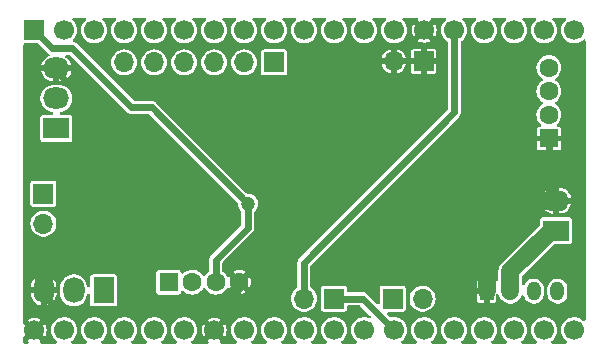
<source format=gbr>
%TF.GenerationSoftware,KiCad,Pcbnew,7.0.11-2.fc39*%
%TF.CreationDate,2024-04-04T23:01:02+02:00*%
%TF.ProjectId,WifiCAN,57696669-4341-44e2-9e6b-696361645f70,rev?*%
%TF.SameCoordinates,Original*%
%TF.FileFunction,Copper,L2,Bot*%
%TF.FilePolarity,Positive*%
%FSLAX46Y46*%
G04 Gerber Fmt 4.6, Leading zero omitted, Abs format (unit mm)*
G04 Created by KiCad (PCBNEW 7.0.11-2.fc39) date 2024-04-04 23:01:02*
%MOMM*%
%LPD*%
G01*
G04 APERTURE LIST*
%TA.AperFunction,ComponentPad*%
%ADD10R,1.700000X1.700000*%
%TD*%
%TA.AperFunction,ComponentPad*%
%ADD11O,1.700000X1.700000*%
%TD*%
%TA.AperFunction,ComponentPad*%
%ADD12R,2.200000X1.800000*%
%TD*%
%TA.AperFunction,ComponentPad*%
%ADD13O,2.200000X1.800000*%
%TD*%
%TA.AperFunction,ComponentPad*%
%ADD14R,1.600000X1.600000*%
%TD*%
%TA.AperFunction,ComponentPad*%
%ADD15C,1.600000*%
%TD*%
%TA.AperFunction,ComponentPad*%
%ADD16R,1.800000X2.200000*%
%TD*%
%TA.AperFunction,ComponentPad*%
%ADD17O,1.800000X2.200000*%
%TD*%
%TA.AperFunction,ComponentPad*%
%ADD18O,1.200000X1.600000*%
%TD*%
%TA.AperFunction,ComponentPad*%
%ADD19R,1.200000X1.600000*%
%TD*%
%TA.AperFunction,ComponentPad*%
%ADD20C,1.700000*%
%TD*%
%TA.AperFunction,ViaPad*%
%ADD21C,1.200000*%
%TD*%
%TA.AperFunction,ViaPad*%
%ADD22C,1.600000*%
%TD*%
%TA.AperFunction,Conductor*%
%ADD23C,0.600000*%
%TD*%
%TA.AperFunction,Conductor*%
%ADD24C,1.500000*%
%TD*%
G04 APERTURE END LIST*
D10*
%TO.P,J8,1,Pin_1*%
%TO.N,+3\u002C3*%
X109657700Y-107363600D03*
D11*
%TO.P,J8,2,Pin_2*%
X109657700Y-109903600D03*
%TD*%
D10*
%TO.P,J7,1,Pin_1*%
%TO.N,E5V*%
X139217700Y-116263600D03*
D11*
%TO.P,J7,2,Pin_2*%
X141757700Y-116263600D03*
%TD*%
D10*
%TO.P,J11,1,Pin_1*%
%TO.N,GND*%
X141857700Y-96163600D03*
D11*
%TO.P,J11,2,Pin_2*%
X139317700Y-96163600D03*
%TD*%
%TO.P,J1,6,Pin_6*%
%TO.N,/39*%
X116497700Y-96263600D03*
%TO.P,J1,5,Pin_5*%
%TO.N,/34*%
X119037700Y-96263600D03*
%TO.P,J1,4,Pin_4*%
%TO.N,/35*%
X121577700Y-96263600D03*
%TO.P,J1,3,Pin_3*%
%TO.N,/32*%
X124117700Y-96263600D03*
%TO.P,J1,2,Pin_2*%
%TO.N,/33*%
X126657700Y-96263600D03*
D10*
%TO.P,J1,1,Pin_1*%
%TO.N,/25*%
X129197700Y-96263600D03*
%TD*%
D12*
%TO.P,J10,1,Pin_1*%
%TO.N,E5V*%
X110757700Y-101843600D03*
D13*
%TO.P,J10,2,Pin_2*%
%TO.N,/Sharp*%
X110757700Y-99303600D03*
%TO.P,J10,3,Pin_3*%
%TO.N,GND*%
X110757700Y-96763600D03*
%TD*%
D14*
%TO.P,J3,1,SCL(JAUNE)*%
%TO.N,/SCL*%
X120257700Y-114863600D03*
D15*
%TO.P,J3,2,SDA(BLANC)*%
%TO.N,/SDA*%
X122257700Y-114863600D03*
%TO.P,J3,3,VCC(ROUGE)*%
%TO.N,+3\u002C3*%
X124257700Y-114863600D03*
%TO.P,J3,4,GND(NOIR)*%
%TO.N,GND*%
X126257700Y-114863600D03*
%TD*%
D11*
%TO.P,J9,2,Pin_2*%
%TO.N,/IO13*%
X131717700Y-116263600D03*
D10*
%TO.P,J9,1,Pin_1*%
%TO.N,/IO4*%
X134257700Y-116263600D03*
%TD*%
D13*
%TO.P,J5,2,Pin_2*%
%TO.N,GND*%
X153076635Y-107966100D03*
D12*
%TO.P,J5,1,Pin_1*%
%TO.N,/V_Hx*%
X153076635Y-110506100D03*
%TD*%
D16*
%TO.P,J6,1,Pin_1*%
%TO.N,/Servo*%
X114757700Y-115563600D03*
D17*
%TO.P,J6,2,Pin_2*%
%TO.N,E5V*%
X112217700Y-115563600D03*
%TO.P,J6,3,Pin_3*%
%TO.N,GND*%
X109677700Y-115563600D03*
%TD*%
D18*
%TO.P,J4,4,RXD*%
%TO.N,/TX*%
X153176635Y-115628808D03*
%TO.P,J4,3,TXD*%
%TO.N,/RX*%
X151176635Y-115628808D03*
%TO.P,J4,2,VCC*%
%TO.N,/V_Hx*%
X149176635Y-115628808D03*
D19*
%TO.P,J4,1,GND*%
%TO.N,GND*%
X147176635Y-115628808D03*
%TD*%
D15*
%TO.P,J2,4,VCC(NOIR)*%
%TO.N,E5V*%
X152457700Y-96701100D03*
%TO.P,J2,3,A(ROUGE)*%
%TO.N,/A*%
X152457700Y-98701100D03*
%TO.P,J2,2,B(BLANC)*%
%TO.N,/B*%
X152457700Y-100701100D03*
D14*
%TO.P,J2,1,GND(JAUNE)*%
%TO.N,GND*%
X152457700Y-102701100D03*
%TD*%
D20*
%TO.P,U2,38,CLK*%
%TO.N,unconnected-(U2-CLK-Pad38)*%
X154596635Y-118928808D03*
%TO.P,U2,37,SD0*%
%TO.N,unconnected-(U2-SD0-Pad37)*%
X152056635Y-118928808D03*
%TO.P,U2,36,SD1*%
%TO.N,unconnected-(U2-SD1-Pad36)*%
X149516635Y-118928808D03*
%TO.P,U2,35,IO15*%
%TO.N,unconnected-(U2-IO15-Pad35)*%
X146976635Y-118928808D03*
%TO.P,U2,34,IO2*%
%TO.N,unconnected-(U2-IO2-Pad34)*%
X144436635Y-118928808D03*
%TO.P,U2,33,IO0*%
%TO.N,unconnected-(U2-IO0-Pad33)*%
X141896635Y-118928808D03*
%TO.P,U2,32,IO4*%
%TO.N,/IO4*%
X139356635Y-118928808D03*
%TO.P,U2,31,IO16*%
%TO.N,/RX*%
X136816635Y-118928808D03*
%TO.P,U2,30,IO17*%
%TO.N,/TX*%
X134276635Y-118928808D03*
%TO.P,U2,29,IO5*%
%TO.N,unconnected-(U2-IO5-Pad29)*%
X131736635Y-118928808D03*
%TO.P,U2,28,IO18*%
%TO.N,/RX CAN*%
X129196635Y-118928808D03*
%TO.P,U2,27,IO19*%
%TO.N,/TX CAN*%
X126656635Y-118928808D03*
%TO.P,U2,26,GND2*%
%TO.N,GND*%
X124116635Y-118928808D03*
%TO.P,U2,25,IO21*%
%TO.N,/SDA*%
X121576635Y-118928808D03*
%TO.P,U2,24,RXD0*%
%TO.N,unconnected-(U2-RXD0-Pad24)*%
X119036635Y-118928808D03*
%TO.P,U2,23,TXD0*%
%TO.N,unconnected-(U2-TXD0-Pad23)*%
X116496635Y-118928808D03*
%TO.P,U2,22,IO22*%
%TO.N,/SCL*%
X113956635Y-118928808D03*
%TO.P,U2,21,IO23*%
%TO.N,/Servo*%
X111416635Y-118928808D03*
%TO.P,U2,20,GND3*%
%TO.N,GND*%
X108876635Y-118928808D03*
%TO.P,U2,19,EXT_5V*%
%TO.N,E5V*%
X154596635Y-93528808D03*
%TO.P,U2,18,CMD*%
%TO.N,unconnected-(U2-CMD-Pad18)*%
X152056635Y-93528808D03*
%TO.P,U2,17,SD3*%
%TO.N,unconnected-(U2-SD3-Pad17)*%
X149516635Y-93528808D03*
%TO.P,U2,16,SD2*%
%TO.N,unconnected-(U2-SD2-Pad16)*%
X146976635Y-93528808D03*
%TO.P,U2,15,IO13*%
%TO.N,/IO13*%
X144436635Y-93528808D03*
%TO.P,U2,14,GND1*%
%TO.N,GND*%
X141896635Y-93528808D03*
%TO.P,U2,13,IO12*%
%TO.N,unconnected-(U2-IO12-Pad13)*%
X139356635Y-93528808D03*
%TO.P,U2,12,IO14*%
%TO.N,unconnected-(U2-IO14-Pad12)*%
X136816635Y-93528808D03*
%TO.P,U2,11,IO27*%
%TO.N,/A*%
X134276635Y-93528808D03*
%TO.P,U2,10,IO26*%
%TO.N,/B*%
X131736635Y-93528808D03*
%TO.P,U2,9,IO25*%
%TO.N,/25*%
X129196635Y-93528808D03*
%TO.P,U2,8,IO33*%
%TO.N,/33*%
X126656635Y-93528808D03*
%TO.P,U2,7,IO32*%
%TO.N,/32*%
X124116635Y-93528808D03*
%TO.P,U2,6,IO35*%
%TO.N,/35*%
X121576635Y-93528808D03*
%TO.P,U2,5,IO34*%
%TO.N,/34*%
X119036635Y-93528808D03*
%TO.P,U2,4,SENSOR_VN*%
%TO.N,/39*%
X116496635Y-93528808D03*
%TO.P,U2,3,SENSOR_VP*%
%TO.N,/Sharp*%
X113956635Y-93528808D03*
%TO.P,U2,2,EN*%
%TO.N,unconnected-(U2-EN-Pad2)*%
X111416635Y-93528808D03*
D10*
%TO.P,U2,1,3V3*%
%TO.N,+3\u002C3*%
X108876635Y-93528808D03*
%TD*%
D21*
%TO.N,+3\u002C3*%
X126957700Y-108213600D03*
D22*
%TO.N,GND*%
X118157700Y-101958810D03*
X148557700Y-96063600D03*
X149757700Y-108228808D03*
%TD*%
D23*
%TO.N,+3\u002C3*%
X108876635Y-93528808D02*
X110411427Y-95063600D01*
X118807700Y-100063600D02*
X126957700Y-108213600D01*
X110411427Y-95063600D02*
X112107700Y-95063600D01*
X112107700Y-95063600D02*
X117107700Y-100063600D01*
X117107700Y-100063600D02*
X118807700Y-100063600D01*
X126957700Y-108213600D02*
X126957700Y-110263600D01*
X126957700Y-110263600D02*
X124257700Y-112963600D01*
X124257700Y-112963600D02*
X124257700Y-114863600D01*
%TO.N,GND*%
X118157700Y-101958810D02*
X115752910Y-101958810D01*
X115752910Y-101958810D02*
X110757700Y-96963600D01*
X110757700Y-96963600D02*
X110757700Y-96763600D01*
D24*
X118157700Y-101958810D02*
X115462490Y-101958810D01*
X109677700Y-113243600D02*
X109677700Y-115563600D01*
X115462490Y-101958810D02*
X112257700Y-105163600D01*
X112257700Y-105163600D02*
X112257700Y-110663600D01*
X112257700Y-110663600D02*
X109677700Y-113243600D01*
D23*
X109677700Y-115563600D02*
X109677700Y-115983600D01*
X109677700Y-115983600D02*
X111057700Y-117363600D01*
X124357700Y-117363600D02*
X126257700Y-115463600D01*
X111057700Y-117363600D02*
X124357700Y-117363600D01*
X126257700Y-115463600D02*
X126257700Y-114863600D01*
X148557700Y-96063600D02*
X149757700Y-97263600D01*
X149757700Y-97263600D02*
X149757700Y-108228808D01*
X152457700Y-102701100D02*
X152457700Y-107347165D01*
X152457700Y-107347165D02*
X153076635Y-107966100D01*
X149757700Y-108228808D02*
X149842147Y-108144361D01*
X149842147Y-108144361D02*
X152898374Y-108144361D01*
X152898374Y-108144361D02*
X153076635Y-107966100D01*
%TO.N,/IO13*%
X144436635Y-93528808D02*
X144436635Y-100484665D01*
X144436635Y-100484665D02*
X131717700Y-113203600D01*
X131717700Y-113203600D02*
X131717700Y-116263600D01*
%TO.N,/IO4*%
X139356635Y-118928808D02*
X136691427Y-116263600D01*
X136691427Y-116263600D02*
X134257700Y-116263600D01*
D24*
%TO.N,GND*%
X153076635Y-107966100D02*
X151855200Y-107966100D01*
X151855200Y-107966100D02*
X147176635Y-112644665D01*
X147176635Y-112644665D02*
X147176635Y-115628808D01*
%TO.N,/V_Hx*%
X153076635Y-110506100D02*
X152615200Y-110506100D01*
X152615200Y-110506100D02*
X149176635Y-113944665D01*
X149176635Y-113944665D02*
X149176635Y-115628808D01*
%TD*%
%TA.AperFunction,Conductor*%
%TO.N,GND*%
G36*
X108382053Y-119104583D02*
G01*
X108447816Y-119231501D01*
X108545384Y-119335970D01*
X108667519Y-119410242D01*
X108730974Y-119428021D01*
X108331164Y-119827831D01*
X108331433Y-119829648D01*
X108378345Y-119875730D01*
X108394055Y-119944966D01*
X108369839Y-120011705D01*
X108313386Y-120054758D01*
X108268301Y-120063100D01*
X108084200Y-120063100D01*
X108016079Y-120043098D01*
X107969586Y-119989442D01*
X107958200Y-119937100D01*
X107958200Y-119545880D01*
X107978202Y-119477759D01*
X107995105Y-119456784D01*
X108376074Y-119075814D01*
X108382053Y-119104583D01*
G37*
%TD.AperFunction*%
%TA.AperFunction,Conductor*%
G36*
X113233913Y-92484102D02*
G01*
X113280406Y-92537758D01*
X113290510Y-92608032D01*
X113261016Y-92672612D01*
X113250677Y-92683215D01*
X113139872Y-92784226D01*
X113016964Y-92946983D01*
X112926051Y-93129562D01*
X112870238Y-93325723D01*
X112851420Y-93528808D01*
X112870238Y-93731892D01*
X112926051Y-93928053D01*
X112926052Y-93928055D01*
X112926053Y-93928058D01*
X113016962Y-94110629D01*
X113016963Y-94110630D01*
X113016964Y-94110632D01*
X113139869Y-94273386D01*
X113290594Y-94410789D01*
X113290595Y-94410790D01*
X113463986Y-94518149D01*
X113463989Y-94518150D01*
X113463998Y-94518156D01*
X113654179Y-94591832D01*
X113854659Y-94629308D01*
X113854661Y-94629308D01*
X114058609Y-94629308D01*
X114058611Y-94629308D01*
X114259091Y-94591832D01*
X114449272Y-94518156D01*
X114622676Y-94410789D01*
X114773399Y-94273387D01*
X114896308Y-94110629D01*
X114987217Y-93928058D01*
X115043032Y-93731891D01*
X115061850Y-93528808D01*
X115043032Y-93325725D01*
X114987217Y-93129558D01*
X114896308Y-92946987D01*
X114773399Y-92784229D01*
X114773397Y-92784226D01*
X114662593Y-92683215D01*
X114625726Y-92622541D01*
X114627515Y-92551567D01*
X114667391Y-92492827D01*
X114732694Y-92464970D01*
X114747478Y-92464100D01*
X115705792Y-92464100D01*
X115773913Y-92484102D01*
X115820406Y-92537758D01*
X115830510Y-92608032D01*
X115801016Y-92672612D01*
X115790677Y-92683215D01*
X115679872Y-92784226D01*
X115556964Y-92946983D01*
X115466051Y-93129562D01*
X115410238Y-93325723D01*
X115391420Y-93528808D01*
X115410238Y-93731892D01*
X115466051Y-93928053D01*
X115466052Y-93928055D01*
X115466053Y-93928058D01*
X115556962Y-94110629D01*
X115556963Y-94110630D01*
X115556964Y-94110632D01*
X115679869Y-94273386D01*
X115830594Y-94410789D01*
X115830595Y-94410790D01*
X116003986Y-94518149D01*
X116003989Y-94518150D01*
X116003998Y-94518156D01*
X116194179Y-94591832D01*
X116394659Y-94629308D01*
X116394661Y-94629308D01*
X116598609Y-94629308D01*
X116598611Y-94629308D01*
X116799091Y-94591832D01*
X116989272Y-94518156D01*
X117162676Y-94410789D01*
X117313399Y-94273387D01*
X117436308Y-94110629D01*
X117527217Y-93928058D01*
X117583032Y-93731891D01*
X117601850Y-93528808D01*
X117583032Y-93325725D01*
X117527217Y-93129558D01*
X117436308Y-92946987D01*
X117313399Y-92784229D01*
X117313397Y-92784226D01*
X117202593Y-92683215D01*
X117165726Y-92622541D01*
X117167515Y-92551567D01*
X117207391Y-92492827D01*
X117272694Y-92464970D01*
X117287478Y-92464100D01*
X118245792Y-92464100D01*
X118313913Y-92484102D01*
X118360406Y-92537758D01*
X118370510Y-92608032D01*
X118341016Y-92672612D01*
X118330677Y-92683215D01*
X118219872Y-92784226D01*
X118096964Y-92946983D01*
X118006051Y-93129562D01*
X117950238Y-93325723D01*
X117931420Y-93528808D01*
X117950238Y-93731892D01*
X118006051Y-93928053D01*
X118006052Y-93928055D01*
X118006053Y-93928058D01*
X118096962Y-94110629D01*
X118096963Y-94110630D01*
X118096964Y-94110632D01*
X118219869Y-94273386D01*
X118370594Y-94410789D01*
X118370595Y-94410790D01*
X118543986Y-94518149D01*
X118543989Y-94518150D01*
X118543998Y-94518156D01*
X118734179Y-94591832D01*
X118934659Y-94629308D01*
X118934661Y-94629308D01*
X119138609Y-94629308D01*
X119138611Y-94629308D01*
X119339091Y-94591832D01*
X119529272Y-94518156D01*
X119702676Y-94410789D01*
X119853399Y-94273387D01*
X119976308Y-94110629D01*
X120067217Y-93928058D01*
X120123032Y-93731891D01*
X120141850Y-93528808D01*
X120123032Y-93325725D01*
X120067217Y-93129558D01*
X119976308Y-92946987D01*
X119853399Y-92784229D01*
X119853397Y-92784226D01*
X119742593Y-92683215D01*
X119705726Y-92622541D01*
X119707515Y-92551567D01*
X119747391Y-92492827D01*
X119812694Y-92464970D01*
X119827478Y-92464100D01*
X120785792Y-92464100D01*
X120853913Y-92484102D01*
X120900406Y-92537758D01*
X120910510Y-92608032D01*
X120881016Y-92672612D01*
X120870677Y-92683215D01*
X120759872Y-92784226D01*
X120636964Y-92946983D01*
X120546051Y-93129562D01*
X120490238Y-93325723D01*
X120471420Y-93528808D01*
X120490238Y-93731892D01*
X120546051Y-93928053D01*
X120546052Y-93928055D01*
X120546053Y-93928058D01*
X120636962Y-94110629D01*
X120636963Y-94110630D01*
X120636964Y-94110632D01*
X120759869Y-94273386D01*
X120910594Y-94410789D01*
X120910595Y-94410790D01*
X121083986Y-94518149D01*
X121083989Y-94518150D01*
X121083998Y-94518156D01*
X121274179Y-94591832D01*
X121474659Y-94629308D01*
X121474661Y-94629308D01*
X121678609Y-94629308D01*
X121678611Y-94629308D01*
X121879091Y-94591832D01*
X122069272Y-94518156D01*
X122242676Y-94410789D01*
X122393399Y-94273387D01*
X122516308Y-94110629D01*
X122607217Y-93928058D01*
X122663032Y-93731891D01*
X122681850Y-93528808D01*
X122663032Y-93325725D01*
X122607217Y-93129558D01*
X122516308Y-92946987D01*
X122393399Y-92784229D01*
X122393397Y-92784226D01*
X122282593Y-92683215D01*
X122245726Y-92622541D01*
X122247515Y-92551567D01*
X122287391Y-92492827D01*
X122352694Y-92464970D01*
X122367478Y-92464100D01*
X123325792Y-92464100D01*
X123393913Y-92484102D01*
X123440406Y-92537758D01*
X123450510Y-92608032D01*
X123421016Y-92672612D01*
X123410677Y-92683215D01*
X123299872Y-92784226D01*
X123176964Y-92946983D01*
X123086051Y-93129562D01*
X123030238Y-93325723D01*
X123011420Y-93528808D01*
X123030238Y-93731892D01*
X123086051Y-93928053D01*
X123086052Y-93928055D01*
X123086053Y-93928058D01*
X123176962Y-94110629D01*
X123176963Y-94110630D01*
X123176964Y-94110632D01*
X123299869Y-94273386D01*
X123450594Y-94410789D01*
X123450595Y-94410790D01*
X123623986Y-94518149D01*
X123623989Y-94518150D01*
X123623998Y-94518156D01*
X123814179Y-94591832D01*
X124014659Y-94629308D01*
X124014661Y-94629308D01*
X124218609Y-94629308D01*
X124218611Y-94629308D01*
X124419091Y-94591832D01*
X124609272Y-94518156D01*
X124782676Y-94410789D01*
X124933399Y-94273387D01*
X125056308Y-94110629D01*
X125147217Y-93928058D01*
X125203032Y-93731891D01*
X125221850Y-93528808D01*
X125203032Y-93325725D01*
X125147217Y-93129558D01*
X125056308Y-92946987D01*
X124933399Y-92784229D01*
X124933397Y-92784226D01*
X124822593Y-92683215D01*
X124785726Y-92622541D01*
X124787515Y-92551567D01*
X124827391Y-92492827D01*
X124892694Y-92464970D01*
X124907478Y-92464100D01*
X125865792Y-92464100D01*
X125933913Y-92484102D01*
X125980406Y-92537758D01*
X125990510Y-92608032D01*
X125961016Y-92672612D01*
X125950677Y-92683215D01*
X125839872Y-92784226D01*
X125716964Y-92946983D01*
X125626051Y-93129562D01*
X125570238Y-93325723D01*
X125551420Y-93528808D01*
X125570238Y-93731892D01*
X125626051Y-93928053D01*
X125626052Y-93928055D01*
X125626053Y-93928058D01*
X125716962Y-94110629D01*
X125716963Y-94110630D01*
X125716964Y-94110632D01*
X125839869Y-94273386D01*
X125990594Y-94410789D01*
X125990595Y-94410790D01*
X126163986Y-94518149D01*
X126163989Y-94518150D01*
X126163998Y-94518156D01*
X126354179Y-94591832D01*
X126554659Y-94629308D01*
X126554661Y-94629308D01*
X126758609Y-94629308D01*
X126758611Y-94629308D01*
X126959091Y-94591832D01*
X127149272Y-94518156D01*
X127322676Y-94410789D01*
X127473399Y-94273387D01*
X127596308Y-94110629D01*
X127687217Y-93928058D01*
X127743032Y-93731891D01*
X127761850Y-93528808D01*
X127743032Y-93325725D01*
X127687217Y-93129558D01*
X127596308Y-92946987D01*
X127473399Y-92784229D01*
X127473397Y-92784226D01*
X127362593Y-92683215D01*
X127325726Y-92622541D01*
X127327515Y-92551567D01*
X127367391Y-92492827D01*
X127432694Y-92464970D01*
X127447478Y-92464100D01*
X128405792Y-92464100D01*
X128473913Y-92484102D01*
X128520406Y-92537758D01*
X128530510Y-92608032D01*
X128501016Y-92672612D01*
X128490677Y-92683215D01*
X128379872Y-92784226D01*
X128256964Y-92946983D01*
X128166051Y-93129562D01*
X128110238Y-93325723D01*
X128091420Y-93528808D01*
X128110238Y-93731892D01*
X128166051Y-93928053D01*
X128166052Y-93928055D01*
X128166053Y-93928058D01*
X128256962Y-94110629D01*
X128256963Y-94110630D01*
X128256964Y-94110632D01*
X128379869Y-94273386D01*
X128530594Y-94410789D01*
X128530595Y-94410790D01*
X128703986Y-94518149D01*
X128703989Y-94518150D01*
X128703998Y-94518156D01*
X128894179Y-94591832D01*
X129094659Y-94629308D01*
X129094661Y-94629308D01*
X129298609Y-94629308D01*
X129298611Y-94629308D01*
X129499091Y-94591832D01*
X129689272Y-94518156D01*
X129862676Y-94410789D01*
X130013399Y-94273387D01*
X130136308Y-94110629D01*
X130227217Y-93928058D01*
X130283032Y-93731891D01*
X130301850Y-93528808D01*
X130283032Y-93325725D01*
X130227217Y-93129558D01*
X130136308Y-92946987D01*
X130013399Y-92784229D01*
X130013397Y-92784226D01*
X129902593Y-92683215D01*
X129865726Y-92622541D01*
X129867515Y-92551567D01*
X129907391Y-92492827D01*
X129972694Y-92464970D01*
X129987478Y-92464100D01*
X130945792Y-92464100D01*
X131013913Y-92484102D01*
X131060406Y-92537758D01*
X131070510Y-92608032D01*
X131041016Y-92672612D01*
X131030677Y-92683215D01*
X130919872Y-92784226D01*
X130796964Y-92946983D01*
X130706051Y-93129562D01*
X130650238Y-93325723D01*
X130631420Y-93528808D01*
X130650238Y-93731892D01*
X130706051Y-93928053D01*
X130706052Y-93928055D01*
X130706053Y-93928058D01*
X130796962Y-94110629D01*
X130796963Y-94110630D01*
X130796964Y-94110632D01*
X130919869Y-94273386D01*
X131070594Y-94410789D01*
X131070595Y-94410790D01*
X131243986Y-94518149D01*
X131243989Y-94518150D01*
X131243998Y-94518156D01*
X131434179Y-94591832D01*
X131634659Y-94629308D01*
X131634661Y-94629308D01*
X131838609Y-94629308D01*
X131838611Y-94629308D01*
X132039091Y-94591832D01*
X132229272Y-94518156D01*
X132402676Y-94410789D01*
X132553399Y-94273387D01*
X132676308Y-94110629D01*
X132767217Y-93928058D01*
X132823032Y-93731891D01*
X132841850Y-93528808D01*
X132823032Y-93325725D01*
X132767217Y-93129558D01*
X132676308Y-92946987D01*
X132553399Y-92784229D01*
X132553397Y-92784226D01*
X132442593Y-92683215D01*
X132405726Y-92622541D01*
X132407515Y-92551567D01*
X132447391Y-92492827D01*
X132512694Y-92464970D01*
X132527478Y-92464100D01*
X133485792Y-92464100D01*
X133553913Y-92484102D01*
X133600406Y-92537758D01*
X133610510Y-92608032D01*
X133581016Y-92672612D01*
X133570677Y-92683215D01*
X133459872Y-92784226D01*
X133336964Y-92946983D01*
X133246051Y-93129562D01*
X133190238Y-93325723D01*
X133171420Y-93528808D01*
X133190238Y-93731892D01*
X133246051Y-93928053D01*
X133246052Y-93928055D01*
X133246053Y-93928058D01*
X133336962Y-94110629D01*
X133336963Y-94110630D01*
X133336964Y-94110632D01*
X133459869Y-94273386D01*
X133610594Y-94410789D01*
X133610595Y-94410790D01*
X133783986Y-94518149D01*
X133783989Y-94518150D01*
X133783998Y-94518156D01*
X133974179Y-94591832D01*
X134174659Y-94629308D01*
X134174661Y-94629308D01*
X134378609Y-94629308D01*
X134378611Y-94629308D01*
X134579091Y-94591832D01*
X134769272Y-94518156D01*
X134942676Y-94410789D01*
X135093399Y-94273387D01*
X135216308Y-94110629D01*
X135307217Y-93928058D01*
X135363032Y-93731891D01*
X135381850Y-93528808D01*
X135363032Y-93325725D01*
X135307217Y-93129558D01*
X135216308Y-92946987D01*
X135093399Y-92784229D01*
X135093397Y-92784226D01*
X134982593Y-92683215D01*
X134945726Y-92622541D01*
X134947515Y-92551567D01*
X134987391Y-92492827D01*
X135052694Y-92464970D01*
X135067478Y-92464100D01*
X136025792Y-92464100D01*
X136093913Y-92484102D01*
X136140406Y-92537758D01*
X136150510Y-92608032D01*
X136121016Y-92672612D01*
X136110677Y-92683215D01*
X135999872Y-92784226D01*
X135876964Y-92946983D01*
X135786051Y-93129562D01*
X135730238Y-93325723D01*
X135711420Y-93528808D01*
X135730238Y-93731892D01*
X135786051Y-93928053D01*
X135786052Y-93928055D01*
X135786053Y-93928058D01*
X135876962Y-94110629D01*
X135876963Y-94110630D01*
X135876964Y-94110632D01*
X135999869Y-94273386D01*
X136150594Y-94410789D01*
X136150595Y-94410790D01*
X136323986Y-94518149D01*
X136323989Y-94518150D01*
X136323998Y-94518156D01*
X136514179Y-94591832D01*
X136714659Y-94629308D01*
X136714661Y-94629308D01*
X136918609Y-94629308D01*
X136918611Y-94629308D01*
X137119091Y-94591832D01*
X137309272Y-94518156D01*
X137482676Y-94410789D01*
X137633399Y-94273387D01*
X137756308Y-94110629D01*
X137847217Y-93928058D01*
X137903032Y-93731891D01*
X137921850Y-93528808D01*
X137903032Y-93325725D01*
X137847217Y-93129558D01*
X137756308Y-92946987D01*
X137633399Y-92784229D01*
X137633397Y-92784226D01*
X137522593Y-92683215D01*
X137485726Y-92622541D01*
X137487515Y-92551567D01*
X137527391Y-92492827D01*
X137592694Y-92464970D01*
X137607478Y-92464100D01*
X138565792Y-92464100D01*
X138633913Y-92484102D01*
X138680406Y-92537758D01*
X138690510Y-92608032D01*
X138661016Y-92672612D01*
X138650677Y-92683215D01*
X138539872Y-92784226D01*
X138416964Y-92946983D01*
X138326051Y-93129562D01*
X138270238Y-93325723D01*
X138251420Y-93528808D01*
X138270238Y-93731892D01*
X138326051Y-93928053D01*
X138326052Y-93928055D01*
X138326053Y-93928058D01*
X138416962Y-94110629D01*
X138416963Y-94110630D01*
X138416964Y-94110632D01*
X138539869Y-94273386D01*
X138690594Y-94410789D01*
X138690595Y-94410790D01*
X138863986Y-94518149D01*
X138863989Y-94518150D01*
X138863998Y-94518156D01*
X139054179Y-94591832D01*
X139254659Y-94629308D01*
X139254661Y-94629308D01*
X139458609Y-94629308D01*
X139458611Y-94629308D01*
X139659091Y-94591832D01*
X139849272Y-94518156D01*
X140022676Y-94410789D01*
X140173399Y-94273387D01*
X140296308Y-94110629D01*
X140387217Y-93928058D01*
X140443032Y-93731891D01*
X140461850Y-93528808D01*
X140443032Y-93325725D01*
X140387217Y-93129558D01*
X140296308Y-92946987D01*
X140173399Y-92784229D01*
X140173397Y-92784226D01*
X140062593Y-92683215D01*
X140025726Y-92622541D01*
X140027515Y-92551567D01*
X140067391Y-92492827D01*
X140132694Y-92464970D01*
X140147478Y-92464100D01*
X141229672Y-92464100D01*
X141297793Y-92484102D01*
X141344286Y-92537758D01*
X141354390Y-92608032D01*
X141354308Y-92608588D01*
X141351164Y-92629783D01*
X141747869Y-93026489D01*
X141623911Y-93080333D01*
X141513027Y-93170543D01*
X141430594Y-93287325D01*
X141396770Y-93382496D01*
X140997610Y-92983337D01*
X140921870Y-93125038D01*
X140921865Y-93125052D01*
X140861825Y-93322978D01*
X140841554Y-93528804D01*
X140841554Y-93528811D01*
X140861825Y-93734637D01*
X140921867Y-93932570D01*
X140997610Y-94074277D01*
X141396074Y-93675813D01*
X141402053Y-93704583D01*
X141467816Y-93831501D01*
X141565384Y-93935970D01*
X141687519Y-94010242D01*
X141750974Y-94028021D01*
X141351164Y-94427831D01*
X141492872Y-94503575D01*
X141690805Y-94563617D01*
X141896632Y-94583889D01*
X141896638Y-94583889D01*
X142102464Y-94563617D01*
X142300394Y-94503576D01*
X142442105Y-94427830D01*
X142045400Y-94031125D01*
X142169359Y-93977283D01*
X142280243Y-93887073D01*
X142362676Y-93770291D01*
X142396499Y-93675120D01*
X142795657Y-94074278D01*
X142871403Y-93932567D01*
X142931444Y-93734637D01*
X142951716Y-93528811D01*
X142951716Y-93528804D01*
X142931444Y-93322978D01*
X142871402Y-93125045D01*
X142795658Y-92983337D01*
X142397194Y-93381800D01*
X142391217Y-93353033D01*
X142325454Y-93226115D01*
X142227886Y-93121646D01*
X142105751Y-93047374D01*
X142042293Y-93029594D01*
X142442104Y-92629783D01*
X142438961Y-92608588D01*
X142448751Y-92538270D01*
X142495004Y-92484407D01*
X142563035Y-92464101D01*
X142563597Y-92464100D01*
X143645792Y-92464100D01*
X143713913Y-92484102D01*
X143760406Y-92537758D01*
X143770510Y-92608032D01*
X143741016Y-92672612D01*
X143730677Y-92683215D01*
X143619872Y-92784226D01*
X143496964Y-92946983D01*
X143406051Y-93129562D01*
X143350238Y-93325723D01*
X143331420Y-93528808D01*
X143350238Y-93731892D01*
X143406051Y-93928053D01*
X143406052Y-93928055D01*
X143406053Y-93928058D01*
X143496962Y-94110629D01*
X143496963Y-94110630D01*
X143496964Y-94110632D01*
X143619872Y-94273389D01*
X143770588Y-94410784D01*
X143770594Y-94410789D01*
X143826465Y-94445382D01*
X143873853Y-94498249D01*
X143886135Y-94552510D01*
X143886135Y-100204449D01*
X143866133Y-100272570D01*
X143849230Y-100293544D01*
X131336613Y-112806160D01*
X131333522Y-112809148D01*
X131286659Y-112852916D01*
X131286653Y-112852923D01*
X131265361Y-112887935D01*
X131258107Y-112898594D01*
X131233339Y-112931256D01*
X131226815Y-112947799D01*
X131217264Y-112967028D01*
X131208028Y-112982217D01*
X131196968Y-113021688D01*
X131192858Y-113033910D01*
X131177824Y-113072036D01*
X131177823Y-113072041D01*
X131176004Y-113089722D01*
X131171996Y-113110812D01*
X131167200Y-113127933D01*
X131167200Y-113168919D01*
X131166539Y-113181806D01*
X131162347Y-113222569D01*
X131165368Y-113240087D01*
X131167200Y-113261495D01*
X131167200Y-115239897D01*
X131147198Y-115308018D01*
X131107531Y-115347024D01*
X131051657Y-115381619D01*
X130900934Y-115519021D01*
X130778029Y-115681775D01*
X130687116Y-115864354D01*
X130631303Y-116060515D01*
X130612485Y-116263600D01*
X130631303Y-116466684D01*
X130687116Y-116662845D01*
X130687117Y-116662847D01*
X130687118Y-116662850D01*
X130778027Y-116845421D01*
X130778028Y-116845422D01*
X130778029Y-116845424D01*
X130900934Y-117008178D01*
X131051659Y-117145581D01*
X131051660Y-117145582D01*
X131225051Y-117252941D01*
X131225054Y-117252942D01*
X131225063Y-117252948D01*
X131415244Y-117326624D01*
X131615724Y-117364100D01*
X131615726Y-117364100D01*
X131819674Y-117364100D01*
X131819676Y-117364100D01*
X132020156Y-117326624D01*
X132210337Y-117252948D01*
X132383741Y-117145581D01*
X132534464Y-117008179D01*
X132657373Y-116845421D01*
X132748282Y-116662850D01*
X132804097Y-116466683D01*
X132822915Y-116263600D01*
X132804097Y-116060517D01*
X132748282Y-115864350D01*
X132657373Y-115681779D01*
X132625402Y-115639442D01*
X132534465Y-115519021D01*
X132383742Y-115381619D01*
X132327869Y-115347024D01*
X132280482Y-115294157D01*
X132268200Y-115239897D01*
X132268200Y-113483813D01*
X132288202Y-113415692D01*
X132305100Y-113394723D01*
X137983724Y-107716099D01*
X151801266Y-107716099D01*
X151801268Y-107716100D01*
X152642949Y-107716100D01*
X152617142Y-107756256D01*
X152576635Y-107894211D01*
X152576635Y-108037989D01*
X152617142Y-108175944D01*
X152642949Y-108216100D01*
X151805377Y-108216100D01*
X151832404Y-108327506D01*
X151832406Y-108327512D01*
X151919673Y-108518602D01*
X152041528Y-108689723D01*
X152193569Y-108834693D01*
X152370296Y-108948269D01*
X152565317Y-109026343D01*
X152771591Y-109066098D01*
X152771602Y-109066100D01*
X152826635Y-109066100D01*
X152826635Y-108401601D01*
X152934320Y-108450780D01*
X153040872Y-108466100D01*
X153112398Y-108466100D01*
X153218950Y-108450780D01*
X153326635Y-108401601D01*
X153326635Y-109066100D01*
X153329037Y-109066100D01*
X153329058Y-109066099D01*
X153485747Y-109051136D01*
X153485762Y-109051133D01*
X153687321Y-108991950D01*
X153687331Y-108991946D01*
X153874041Y-108895691D01*
X153874050Y-108895685D01*
X154039168Y-108765834D01*
X154039180Y-108765823D01*
X154176745Y-108607063D01*
X154176746Y-108607063D01*
X154281781Y-108425135D01*
X154281782Y-108425133D01*
X154350490Y-108226615D01*
X154350491Y-108226611D01*
X154352003Y-108216100D01*
X153510321Y-108216100D01*
X153536128Y-108175944D01*
X153576635Y-108037989D01*
X153576635Y-107894211D01*
X153536128Y-107756256D01*
X153510321Y-107716100D01*
X154347893Y-107716100D01*
X154347892Y-107716099D01*
X154320865Y-107604693D01*
X154320863Y-107604687D01*
X154233596Y-107413597D01*
X154111741Y-107242476D01*
X153959700Y-107097506D01*
X153782973Y-106983930D01*
X153587952Y-106905856D01*
X153381678Y-106866101D01*
X153381668Y-106866100D01*
X153326635Y-106866100D01*
X153326635Y-107530598D01*
X153218950Y-107481420D01*
X153112398Y-107466100D01*
X153040872Y-107466100D01*
X152934320Y-107481420D01*
X152826635Y-107530598D01*
X152826635Y-106866100D01*
X152824211Y-106866100D01*
X152667522Y-106881063D01*
X152667507Y-106881066D01*
X152465948Y-106940249D01*
X152465938Y-106940253D01*
X152279228Y-107036508D01*
X152279219Y-107036514D01*
X152114101Y-107166365D01*
X152114089Y-107166376D01*
X151976524Y-107325136D01*
X151976523Y-107325136D01*
X151871488Y-107507064D01*
X151871487Y-107507066D01*
X151802779Y-107705584D01*
X151802778Y-107705588D01*
X151801266Y-107716099D01*
X137983724Y-107716099D01*
X144817730Y-100882092D01*
X144820797Y-100879129D01*
X144867676Y-100835348D01*
X144867677Y-100835347D01*
X144867677Y-100835346D01*
X144867679Y-100835345D01*
X144888972Y-100800327D01*
X144896223Y-100789672D01*
X144920996Y-100757007D01*
X144927515Y-100740474D01*
X144937072Y-100721231D01*
X144946307Y-100706047D01*
X144947692Y-100701103D01*
X151402117Y-100701103D01*
X151422398Y-100907027D01*
X151422399Y-100907033D01*
X151422400Y-100907034D01*
X151482468Y-101105054D01*
X151580015Y-101287550D01*
X151711290Y-101447510D01*
X151748077Y-101477700D01*
X151788046Y-101536377D01*
X151789947Y-101607349D01*
X151753177Y-101668081D01*
X151689409Y-101699293D01*
X151668144Y-101701100D01*
X151637998Y-101701100D01*
X151579663Y-101712704D01*
X151513507Y-101756907D01*
X151469304Y-101823063D01*
X151457700Y-101881398D01*
X151457700Y-102451100D01*
X152142014Y-102451100D01*
X152130059Y-102463055D01*
X152072535Y-102575952D01*
X152052714Y-102701100D01*
X152072535Y-102826248D01*
X152130059Y-102939145D01*
X152142014Y-102951100D01*
X151457700Y-102951100D01*
X151457700Y-103520801D01*
X151469304Y-103579136D01*
X151513507Y-103645292D01*
X151579663Y-103689495D01*
X151637998Y-103701099D01*
X151638003Y-103701100D01*
X152207700Y-103701100D01*
X152207700Y-103016786D01*
X152219655Y-103028741D01*
X152332552Y-103086265D01*
X152426219Y-103101100D01*
X152489181Y-103101100D01*
X152582848Y-103086265D01*
X152695745Y-103028741D01*
X152707700Y-103016786D01*
X152707700Y-103701100D01*
X153277397Y-103701100D01*
X153277401Y-103701099D01*
X153335736Y-103689495D01*
X153401892Y-103645292D01*
X153446095Y-103579136D01*
X153457699Y-103520801D01*
X153457700Y-103520796D01*
X153457700Y-102951100D01*
X152773386Y-102951100D01*
X152785341Y-102939145D01*
X152842865Y-102826248D01*
X152862686Y-102701100D01*
X152842865Y-102575952D01*
X152785341Y-102463055D01*
X152773386Y-102451100D01*
X153457700Y-102451100D01*
X153457700Y-101881403D01*
X153457699Y-101881398D01*
X153446095Y-101823063D01*
X153401892Y-101756907D01*
X153335736Y-101712704D01*
X153277401Y-101701100D01*
X153247256Y-101701100D01*
X153179135Y-101681098D01*
X153132642Y-101627442D01*
X153122538Y-101557168D01*
X153152032Y-101492588D01*
X153167323Y-101477700D01*
X153204110Y-101447510D01*
X153335385Y-101287550D01*
X153432932Y-101105054D01*
X153493000Y-100907034D01*
X153495749Y-100879129D01*
X153513283Y-100701103D01*
X153513283Y-100701096D01*
X153493001Y-100495172D01*
X153493000Y-100495170D01*
X153493000Y-100495166D01*
X153432932Y-100297146D01*
X153335385Y-100114650D01*
X153204110Y-99954690D01*
X153044150Y-99823415D01*
X153044148Y-99823414D01*
X153044147Y-99823413D01*
X153032157Y-99817004D01*
X153023208Y-99812221D01*
X152972561Y-99762470D01*
X152956851Y-99693234D01*
X152981067Y-99626495D01*
X153023208Y-99589978D01*
X153044150Y-99578785D01*
X153204110Y-99447510D01*
X153335385Y-99287550D01*
X153432932Y-99105054D01*
X153493000Y-98907034D01*
X153504668Y-98788574D01*
X153513283Y-98701103D01*
X153513283Y-98701096D01*
X153493001Y-98495172D01*
X153493000Y-98495170D01*
X153493000Y-98495166D01*
X153432932Y-98297146D01*
X153335385Y-98114650D01*
X153204110Y-97954690D01*
X153044150Y-97823415D01*
X153044148Y-97823414D01*
X153044147Y-97823413D01*
X153032157Y-97817004D01*
X153023208Y-97812221D01*
X152972561Y-97762470D01*
X152956851Y-97693234D01*
X152981067Y-97626495D01*
X153023208Y-97589978D01*
X153044150Y-97578785D01*
X153204110Y-97447510D01*
X153335385Y-97287550D01*
X153432932Y-97105054D01*
X153493000Y-96907034D01*
X153499069Y-96845421D01*
X153513283Y-96701103D01*
X153513283Y-96701096D01*
X153493001Y-96495172D01*
X153493000Y-96495170D01*
X153493000Y-96495166D01*
X153432932Y-96297146D01*
X153335385Y-96114650D01*
X153204110Y-95954690D01*
X153044150Y-95823415D01*
X153044148Y-95823414D01*
X153044147Y-95823413D01*
X152861654Y-95725868D01*
X152663627Y-95665798D01*
X152457703Y-95645517D01*
X152457697Y-95645517D01*
X152251772Y-95665798D01*
X152053745Y-95725868D01*
X151871252Y-95823413D01*
X151711290Y-95954690D01*
X151580013Y-96114652D01*
X151482468Y-96297145D01*
X151422398Y-96495172D01*
X151402117Y-96701096D01*
X151402117Y-96701103D01*
X151422398Y-96907027D01*
X151422399Y-96907033D01*
X151422400Y-96907034D01*
X151457916Y-97024115D01*
X151482468Y-97105054D01*
X151561519Y-97252948D01*
X151580015Y-97287550D01*
X151711290Y-97447510D01*
X151871250Y-97578785D01*
X151871251Y-97578785D01*
X151871253Y-97578787D01*
X151871255Y-97578788D01*
X151892191Y-97589979D01*
X151942839Y-97639731D01*
X151958548Y-97708968D01*
X151934331Y-97775707D01*
X151892191Y-97812221D01*
X151871255Y-97823411D01*
X151871253Y-97823412D01*
X151711290Y-97954690D01*
X151580013Y-98114652D01*
X151482468Y-98297145D01*
X151422398Y-98495172D01*
X151402117Y-98701096D01*
X151402117Y-98701103D01*
X151422398Y-98907027D01*
X151422399Y-98907033D01*
X151422400Y-98907034D01*
X151482468Y-99105054D01*
X151580015Y-99287550D01*
X151711290Y-99447510D01*
X151871250Y-99578785D01*
X151871251Y-99578785D01*
X151871253Y-99578787D01*
X151871255Y-99578788D01*
X151892191Y-99589979D01*
X151942839Y-99639731D01*
X151958548Y-99708968D01*
X151934331Y-99775707D01*
X151892191Y-99812221D01*
X151871255Y-99823411D01*
X151871253Y-99823412D01*
X151711290Y-99954690D01*
X151580013Y-100114652D01*
X151482468Y-100297145D01*
X151422398Y-100495172D01*
X151402117Y-100701096D01*
X151402117Y-100701103D01*
X144947692Y-100701103D01*
X144957368Y-100666566D01*
X144961468Y-100654374D01*
X144976511Y-100616230D01*
X144978329Y-100598543D01*
X144982339Y-100577444D01*
X144987135Y-100560330D01*
X144987135Y-100519346D01*
X144987796Y-100506459D01*
X144991987Y-100465695D01*
X144988967Y-100448177D01*
X144987135Y-100426770D01*
X144987135Y-94552510D01*
X145007137Y-94484389D01*
X145046803Y-94445383D01*
X145102676Y-94410789D01*
X145253399Y-94273387D01*
X145376308Y-94110629D01*
X145467217Y-93928058D01*
X145523032Y-93731891D01*
X145541850Y-93528808D01*
X145523032Y-93325725D01*
X145467217Y-93129558D01*
X145376308Y-92946987D01*
X145253399Y-92784229D01*
X145253397Y-92784226D01*
X145142593Y-92683215D01*
X145105726Y-92622541D01*
X145107515Y-92551567D01*
X145147391Y-92492827D01*
X145212694Y-92464970D01*
X145227478Y-92464100D01*
X146185792Y-92464100D01*
X146253913Y-92484102D01*
X146300406Y-92537758D01*
X146310510Y-92608032D01*
X146281016Y-92672612D01*
X146270677Y-92683215D01*
X146159872Y-92784226D01*
X146036964Y-92946983D01*
X145946051Y-93129562D01*
X145890238Y-93325723D01*
X145871420Y-93528808D01*
X145890238Y-93731892D01*
X145946051Y-93928053D01*
X145946052Y-93928055D01*
X145946053Y-93928058D01*
X146036962Y-94110629D01*
X146036963Y-94110630D01*
X146036964Y-94110632D01*
X146159869Y-94273386D01*
X146310594Y-94410789D01*
X146310595Y-94410790D01*
X146483986Y-94518149D01*
X146483989Y-94518150D01*
X146483998Y-94518156D01*
X146674179Y-94591832D01*
X146874659Y-94629308D01*
X146874661Y-94629308D01*
X147078609Y-94629308D01*
X147078611Y-94629308D01*
X147279091Y-94591832D01*
X147469272Y-94518156D01*
X147642676Y-94410789D01*
X147793399Y-94273387D01*
X147916308Y-94110629D01*
X148007217Y-93928058D01*
X148063032Y-93731891D01*
X148081850Y-93528808D01*
X148063032Y-93325725D01*
X148007217Y-93129558D01*
X147916308Y-92946987D01*
X147793399Y-92784229D01*
X147793397Y-92784226D01*
X147682593Y-92683215D01*
X147645726Y-92622541D01*
X147647515Y-92551567D01*
X147687391Y-92492827D01*
X147752694Y-92464970D01*
X147767478Y-92464100D01*
X148725792Y-92464100D01*
X148793913Y-92484102D01*
X148840406Y-92537758D01*
X148850510Y-92608032D01*
X148821016Y-92672612D01*
X148810677Y-92683215D01*
X148699872Y-92784226D01*
X148576964Y-92946983D01*
X148486051Y-93129562D01*
X148430238Y-93325723D01*
X148411420Y-93528808D01*
X148430238Y-93731892D01*
X148486051Y-93928053D01*
X148486052Y-93928055D01*
X148486053Y-93928058D01*
X148576962Y-94110629D01*
X148576963Y-94110630D01*
X148576964Y-94110632D01*
X148699869Y-94273386D01*
X148850594Y-94410789D01*
X148850595Y-94410790D01*
X149023986Y-94518149D01*
X149023989Y-94518150D01*
X149023998Y-94518156D01*
X149214179Y-94591832D01*
X149414659Y-94629308D01*
X149414661Y-94629308D01*
X149618609Y-94629308D01*
X149618611Y-94629308D01*
X149819091Y-94591832D01*
X150009272Y-94518156D01*
X150182676Y-94410789D01*
X150333399Y-94273387D01*
X150456308Y-94110629D01*
X150547217Y-93928058D01*
X150603032Y-93731891D01*
X150621850Y-93528808D01*
X150603032Y-93325725D01*
X150547217Y-93129558D01*
X150456308Y-92946987D01*
X150333399Y-92784229D01*
X150333397Y-92784226D01*
X150222593Y-92683215D01*
X150185726Y-92622541D01*
X150187515Y-92551567D01*
X150227391Y-92492827D01*
X150292694Y-92464970D01*
X150307478Y-92464100D01*
X151265792Y-92464100D01*
X151333913Y-92484102D01*
X151380406Y-92537758D01*
X151390510Y-92608032D01*
X151361016Y-92672612D01*
X151350677Y-92683215D01*
X151239872Y-92784226D01*
X151116964Y-92946983D01*
X151026051Y-93129562D01*
X150970238Y-93325723D01*
X150951420Y-93528808D01*
X150970238Y-93731892D01*
X151026051Y-93928053D01*
X151026052Y-93928055D01*
X151026053Y-93928058D01*
X151116962Y-94110629D01*
X151116963Y-94110630D01*
X151116964Y-94110632D01*
X151239869Y-94273386D01*
X151390594Y-94410789D01*
X151390595Y-94410790D01*
X151563986Y-94518149D01*
X151563989Y-94518150D01*
X151563998Y-94518156D01*
X151754179Y-94591832D01*
X151954659Y-94629308D01*
X151954661Y-94629308D01*
X152158609Y-94629308D01*
X152158611Y-94629308D01*
X152359091Y-94591832D01*
X152549272Y-94518156D01*
X152722676Y-94410789D01*
X152873399Y-94273387D01*
X152996308Y-94110629D01*
X153087217Y-93928058D01*
X153143032Y-93731891D01*
X153161850Y-93528808D01*
X153143032Y-93325725D01*
X153087217Y-93129558D01*
X152996308Y-92946987D01*
X152873399Y-92784229D01*
X152873397Y-92784226D01*
X152762593Y-92683215D01*
X152725726Y-92622541D01*
X152727515Y-92551567D01*
X152767391Y-92492827D01*
X152832694Y-92464970D01*
X152847478Y-92464100D01*
X153805792Y-92464100D01*
X153873913Y-92484102D01*
X153920406Y-92537758D01*
X153930510Y-92608032D01*
X153901016Y-92672612D01*
X153890677Y-92683215D01*
X153779872Y-92784226D01*
X153656964Y-92946983D01*
X153566051Y-93129562D01*
X153510238Y-93325723D01*
X153491420Y-93528808D01*
X153510238Y-93731892D01*
X153566051Y-93928053D01*
X153566052Y-93928055D01*
X153566053Y-93928058D01*
X153656962Y-94110629D01*
X153656963Y-94110630D01*
X153656964Y-94110632D01*
X153779869Y-94273386D01*
X153930594Y-94410789D01*
X153930595Y-94410790D01*
X154103986Y-94518149D01*
X154103989Y-94518150D01*
X154103998Y-94518156D01*
X154294179Y-94591832D01*
X154494659Y-94629308D01*
X154494661Y-94629308D01*
X154698609Y-94629308D01*
X154698611Y-94629308D01*
X154899091Y-94591832D01*
X155089272Y-94518156D01*
X155262676Y-94410789D01*
X155346314Y-94334543D01*
X155410131Y-94303432D01*
X155480637Y-94311762D01*
X155535448Y-94356888D01*
X155557160Y-94424483D01*
X155557200Y-94427658D01*
X155557200Y-118029957D01*
X155537198Y-118098078D01*
X155483542Y-118144571D01*
X155413268Y-118154675D01*
X155348688Y-118125181D01*
X155346315Y-118123072D01*
X155262681Y-118046830D01*
X155262674Y-118046825D01*
X155089283Y-117939466D01*
X155089276Y-117939462D01*
X155089272Y-117939460D01*
X154945630Y-117883813D01*
X154899092Y-117865784D01*
X154818676Y-117850752D01*
X154698611Y-117828308D01*
X154494659Y-117828308D01*
X154412816Y-117843607D01*
X154294177Y-117865784D01*
X154183595Y-117908624D01*
X154103998Y-117939460D01*
X154103997Y-117939460D01*
X154103996Y-117939461D01*
X154103986Y-117939466D01*
X153930595Y-118046825D01*
X153930594Y-118046826D01*
X153779869Y-118184229D01*
X153656964Y-118346983D01*
X153566051Y-118529562D01*
X153510238Y-118725723D01*
X153491420Y-118928808D01*
X153510238Y-119131892D01*
X153566051Y-119328053D01*
X153566052Y-119328055D01*
X153566053Y-119328058D01*
X153656962Y-119510629D01*
X153656963Y-119510630D01*
X153656964Y-119510632D01*
X153779869Y-119673386D01*
X153930594Y-119810789D01*
X153930595Y-119810790D01*
X153961576Y-119829973D01*
X154008964Y-119882840D01*
X154020247Y-119952934D01*
X153991843Y-120018001D01*
X153932770Y-120057383D01*
X153895246Y-120063100D01*
X152758024Y-120063100D01*
X152689903Y-120043098D01*
X152643410Y-119989442D01*
X152633306Y-119919168D01*
X152662800Y-119854588D01*
X152691694Y-119829973D01*
X152722674Y-119810790D01*
X152722673Y-119810790D01*
X152722676Y-119810789D01*
X152873399Y-119673387D01*
X152996308Y-119510629D01*
X153087217Y-119328058D01*
X153143032Y-119131891D01*
X153161850Y-118928808D01*
X153143032Y-118725725D01*
X153087217Y-118529558D01*
X152996308Y-118346987D01*
X152969687Y-118311735D01*
X152873400Y-118184229D01*
X152722675Y-118046826D01*
X152722674Y-118046825D01*
X152549283Y-117939466D01*
X152549276Y-117939462D01*
X152549272Y-117939460D01*
X152405630Y-117883813D01*
X152359092Y-117865784D01*
X152278676Y-117850752D01*
X152158611Y-117828308D01*
X151954659Y-117828308D01*
X151872816Y-117843607D01*
X151754177Y-117865784D01*
X151643595Y-117908624D01*
X151563998Y-117939460D01*
X151563997Y-117939460D01*
X151563996Y-117939461D01*
X151563986Y-117939466D01*
X151390595Y-118046825D01*
X151390594Y-118046826D01*
X151239869Y-118184229D01*
X151116964Y-118346983D01*
X151026051Y-118529562D01*
X150970238Y-118725723D01*
X150951420Y-118928808D01*
X150970238Y-119131892D01*
X151026051Y-119328053D01*
X151026052Y-119328055D01*
X151026053Y-119328058D01*
X151116962Y-119510629D01*
X151116963Y-119510630D01*
X151116964Y-119510632D01*
X151239869Y-119673386D01*
X151390594Y-119810789D01*
X151390595Y-119810790D01*
X151421576Y-119829973D01*
X151468964Y-119882840D01*
X151480247Y-119952934D01*
X151451843Y-120018001D01*
X151392770Y-120057383D01*
X151355246Y-120063100D01*
X150218024Y-120063100D01*
X150149903Y-120043098D01*
X150103410Y-119989442D01*
X150093306Y-119919168D01*
X150122800Y-119854588D01*
X150151694Y-119829973D01*
X150182674Y-119810790D01*
X150182673Y-119810790D01*
X150182676Y-119810789D01*
X150333399Y-119673387D01*
X150456308Y-119510629D01*
X150547217Y-119328058D01*
X150603032Y-119131891D01*
X150621850Y-118928808D01*
X150603032Y-118725725D01*
X150547217Y-118529558D01*
X150456308Y-118346987D01*
X150429687Y-118311735D01*
X150333400Y-118184229D01*
X150182675Y-118046826D01*
X150182674Y-118046825D01*
X150009283Y-117939466D01*
X150009276Y-117939462D01*
X150009272Y-117939460D01*
X149865630Y-117883813D01*
X149819092Y-117865784D01*
X149738676Y-117850752D01*
X149618611Y-117828308D01*
X149414659Y-117828308D01*
X149332816Y-117843607D01*
X149214177Y-117865784D01*
X149103595Y-117908624D01*
X149023998Y-117939460D01*
X149023997Y-117939460D01*
X149023996Y-117939461D01*
X149023986Y-117939466D01*
X148850595Y-118046825D01*
X148850594Y-118046826D01*
X148699869Y-118184229D01*
X148576964Y-118346983D01*
X148486051Y-118529562D01*
X148430238Y-118725723D01*
X148411420Y-118928808D01*
X148430238Y-119131892D01*
X148486051Y-119328053D01*
X148486052Y-119328055D01*
X148486053Y-119328058D01*
X148576962Y-119510629D01*
X148576963Y-119510630D01*
X148576964Y-119510632D01*
X148699869Y-119673386D01*
X148850594Y-119810789D01*
X148850595Y-119810790D01*
X148881576Y-119829973D01*
X148928964Y-119882840D01*
X148940247Y-119952934D01*
X148911843Y-120018001D01*
X148852770Y-120057383D01*
X148815246Y-120063100D01*
X147678024Y-120063100D01*
X147609903Y-120043098D01*
X147563410Y-119989442D01*
X147553306Y-119919168D01*
X147582800Y-119854588D01*
X147611694Y-119829973D01*
X147642674Y-119810790D01*
X147642673Y-119810790D01*
X147642676Y-119810789D01*
X147793399Y-119673387D01*
X147916308Y-119510629D01*
X148007217Y-119328058D01*
X148063032Y-119131891D01*
X148081850Y-118928808D01*
X148063032Y-118725725D01*
X148007217Y-118529558D01*
X147916308Y-118346987D01*
X147889687Y-118311735D01*
X147793400Y-118184229D01*
X147642675Y-118046826D01*
X147642674Y-118046825D01*
X147469283Y-117939466D01*
X147469276Y-117939462D01*
X147469272Y-117939460D01*
X147325630Y-117883813D01*
X147279092Y-117865784D01*
X147198676Y-117850752D01*
X147078611Y-117828308D01*
X146874659Y-117828308D01*
X146792816Y-117843607D01*
X146674177Y-117865784D01*
X146563595Y-117908624D01*
X146483998Y-117939460D01*
X146483997Y-117939460D01*
X146483996Y-117939461D01*
X146483986Y-117939466D01*
X146310595Y-118046825D01*
X146310594Y-118046826D01*
X146159869Y-118184229D01*
X146036964Y-118346983D01*
X145946051Y-118529562D01*
X145890238Y-118725723D01*
X145871420Y-118928808D01*
X145890238Y-119131892D01*
X145946051Y-119328053D01*
X145946052Y-119328055D01*
X145946053Y-119328058D01*
X146036962Y-119510629D01*
X146036963Y-119510630D01*
X146036964Y-119510632D01*
X146159869Y-119673386D01*
X146310594Y-119810789D01*
X146310595Y-119810790D01*
X146341576Y-119829973D01*
X146388964Y-119882840D01*
X146400247Y-119952934D01*
X146371843Y-120018001D01*
X146312770Y-120057383D01*
X146275246Y-120063100D01*
X145138024Y-120063100D01*
X145069903Y-120043098D01*
X145023410Y-119989442D01*
X145013306Y-119919168D01*
X145042800Y-119854588D01*
X145071694Y-119829973D01*
X145102674Y-119810790D01*
X145102673Y-119810790D01*
X145102676Y-119810789D01*
X145253399Y-119673387D01*
X145376308Y-119510629D01*
X145467217Y-119328058D01*
X145523032Y-119131891D01*
X145541850Y-118928808D01*
X145523032Y-118725725D01*
X145467217Y-118529558D01*
X145376308Y-118346987D01*
X145349687Y-118311735D01*
X145253400Y-118184229D01*
X145102675Y-118046826D01*
X145102674Y-118046825D01*
X144929283Y-117939466D01*
X144929276Y-117939462D01*
X144929272Y-117939460D01*
X144785630Y-117883813D01*
X144739092Y-117865784D01*
X144658676Y-117850752D01*
X144538611Y-117828308D01*
X144334659Y-117828308D01*
X144252816Y-117843607D01*
X144134177Y-117865784D01*
X144023595Y-117908624D01*
X143943998Y-117939460D01*
X143943997Y-117939460D01*
X143943996Y-117939461D01*
X143943986Y-117939466D01*
X143770595Y-118046825D01*
X143770594Y-118046826D01*
X143619869Y-118184229D01*
X143496964Y-118346983D01*
X143406051Y-118529562D01*
X143350238Y-118725723D01*
X143331420Y-118928808D01*
X143350238Y-119131892D01*
X143406051Y-119328053D01*
X143406052Y-119328055D01*
X143406053Y-119328058D01*
X143496962Y-119510629D01*
X143496963Y-119510630D01*
X143496964Y-119510632D01*
X143619869Y-119673386D01*
X143770594Y-119810789D01*
X143770595Y-119810790D01*
X143801576Y-119829973D01*
X143848964Y-119882840D01*
X143860247Y-119952934D01*
X143831843Y-120018001D01*
X143772770Y-120057383D01*
X143735246Y-120063100D01*
X142598024Y-120063100D01*
X142529903Y-120043098D01*
X142483410Y-119989442D01*
X142473306Y-119919168D01*
X142502800Y-119854588D01*
X142531694Y-119829973D01*
X142562674Y-119810790D01*
X142562673Y-119810790D01*
X142562676Y-119810789D01*
X142713399Y-119673387D01*
X142836308Y-119510629D01*
X142927217Y-119328058D01*
X142983032Y-119131891D01*
X143001850Y-118928808D01*
X142983032Y-118725725D01*
X142927217Y-118529558D01*
X142836308Y-118346987D01*
X142809687Y-118311735D01*
X142713400Y-118184229D01*
X142562675Y-118046826D01*
X142562674Y-118046825D01*
X142389283Y-117939466D01*
X142389276Y-117939462D01*
X142389272Y-117939460D01*
X142245630Y-117883813D01*
X142199092Y-117865784D01*
X142118676Y-117850752D01*
X141998611Y-117828308D01*
X141794659Y-117828308D01*
X141712816Y-117843607D01*
X141594177Y-117865784D01*
X141483595Y-117908624D01*
X141403998Y-117939460D01*
X141403997Y-117939460D01*
X141403996Y-117939461D01*
X141403986Y-117939466D01*
X141230595Y-118046825D01*
X141230594Y-118046826D01*
X141079869Y-118184229D01*
X140956964Y-118346983D01*
X140866051Y-118529562D01*
X140810238Y-118725723D01*
X140791420Y-118928808D01*
X140810238Y-119131892D01*
X140866051Y-119328053D01*
X140866052Y-119328055D01*
X140866053Y-119328058D01*
X140956962Y-119510629D01*
X140956963Y-119510630D01*
X140956964Y-119510632D01*
X141079869Y-119673386D01*
X141230594Y-119810789D01*
X141230595Y-119810790D01*
X141261576Y-119829973D01*
X141308964Y-119882840D01*
X141320247Y-119952934D01*
X141291843Y-120018001D01*
X141232770Y-120057383D01*
X141195246Y-120063100D01*
X140058024Y-120063100D01*
X139989903Y-120043098D01*
X139943410Y-119989442D01*
X139933306Y-119919168D01*
X139962800Y-119854588D01*
X139991694Y-119829973D01*
X140022674Y-119810790D01*
X140022673Y-119810790D01*
X140022676Y-119810789D01*
X140173399Y-119673387D01*
X140296308Y-119510629D01*
X140387217Y-119328058D01*
X140443032Y-119131891D01*
X140461850Y-118928808D01*
X140443032Y-118725725D01*
X140387217Y-118529558D01*
X140296308Y-118346987D01*
X140269687Y-118311735D01*
X140173400Y-118184229D01*
X140022675Y-118046826D01*
X140022674Y-118046825D01*
X139849283Y-117939466D01*
X139849276Y-117939462D01*
X139849272Y-117939460D01*
X139705630Y-117883813D01*
X139659092Y-117865784D01*
X139578676Y-117850752D01*
X139458611Y-117828308D01*
X139254659Y-117828308D01*
X139231511Y-117832634D01*
X139134589Y-117850752D01*
X139063953Y-117843607D01*
X139022343Y-117815992D01*
X138785546Y-117579195D01*
X138751520Y-117516883D01*
X138756585Y-117446068D01*
X138799132Y-117389232D01*
X138865652Y-117364421D01*
X138874641Y-117364100D01*
X140092374Y-117364100D01*
X140165440Y-117349566D01*
X140248301Y-117294201D01*
X140303666Y-117211340D01*
X140318200Y-117138274D01*
X140318200Y-116263600D01*
X140652485Y-116263600D01*
X140671303Y-116466684D01*
X140727116Y-116662845D01*
X140727117Y-116662847D01*
X140727118Y-116662850D01*
X140818027Y-116845421D01*
X140818028Y-116845422D01*
X140818029Y-116845424D01*
X140940934Y-117008178D01*
X141091659Y-117145581D01*
X141091660Y-117145582D01*
X141265051Y-117252941D01*
X141265054Y-117252942D01*
X141265063Y-117252948D01*
X141455244Y-117326624D01*
X141655724Y-117364100D01*
X141655726Y-117364100D01*
X141859674Y-117364100D01*
X141859676Y-117364100D01*
X142060156Y-117326624D01*
X142250337Y-117252948D01*
X142423741Y-117145581D01*
X142574464Y-117008179D01*
X142697373Y-116845421D01*
X142788282Y-116662850D01*
X142844097Y-116466683D01*
X142845781Y-116448509D01*
X146376635Y-116448509D01*
X146388239Y-116506844D01*
X146432442Y-116573000D01*
X146498598Y-116617203D01*
X146556933Y-116628807D01*
X146556938Y-116628808D01*
X146926635Y-116628808D01*
X146926635Y-115978415D01*
X147043666Y-116038046D01*
X147143184Y-116053808D01*
X147210086Y-116053808D01*
X147309604Y-116038046D01*
X147426635Y-115978415D01*
X147426635Y-116628808D01*
X147796332Y-116628808D01*
X147796336Y-116628807D01*
X147854671Y-116617203D01*
X147920827Y-116573000D01*
X147965030Y-116506844D01*
X147976634Y-116448509D01*
X147976635Y-116448504D01*
X147976635Y-115968711D01*
X147996637Y-115900590D01*
X148050293Y-115854097D01*
X148120567Y-115843993D01*
X148185147Y-115873487D01*
X148222856Y-115930990D01*
X148232872Y-115962913D01*
X148252475Y-116025394D01*
X148351227Y-116203313D01*
X148483764Y-116357698D01*
X148483770Y-116357704D01*
X148559934Y-116416659D01*
X148574285Y-116429647D01*
X148622783Y-116480847D01*
X148775908Y-116584668D01*
X148947757Y-116653138D01*
X148947760Y-116653139D01*
X149130318Y-116683068D01*
X149130319Y-116683067D01*
X149130320Y-116683068D01*
X149204207Y-116679062D01*
X149315042Y-116673053D01*
X149315047Y-116673051D01*
X149315050Y-116673051D01*
X149474399Y-116628808D01*
X149493294Y-116623562D01*
X149656739Y-116536908D01*
X149775337Y-116436169D01*
X149790261Y-116425272D01*
X149792206Y-116424060D01*
X149792208Y-116424057D01*
X149792211Y-116424056D01*
X149873755Y-116346541D01*
X149939688Y-116283867D01*
X150055930Y-116116857D01*
X150105378Y-116001629D01*
X150150623Y-115946918D01*
X150218265Y-115925352D01*
X150286829Y-115943780D01*
X150334545Y-115996351D01*
X150340571Y-116011086D01*
X150400190Y-116188028D01*
X150400192Y-116188031D01*
X150457854Y-116283867D01*
X150495565Y-116346544D01*
X150622786Y-116480849D01*
X150758699Y-116573000D01*
X150775908Y-116584668D01*
X150947757Y-116653138D01*
X150947760Y-116653139D01*
X151130318Y-116683068D01*
X151130319Y-116683067D01*
X151130320Y-116683068D01*
X151204207Y-116679062D01*
X151315042Y-116673053D01*
X151315047Y-116673051D01*
X151315050Y-116673051D01*
X151474399Y-116628808D01*
X151493294Y-116623562D01*
X151656739Y-116536908D01*
X151797735Y-116417145D01*
X151909689Y-116269872D01*
X151953908Y-116174296D01*
X151987367Y-116101975D01*
X151987367Y-116101974D01*
X152027135Y-115921305D01*
X152027135Y-115874930D01*
X152326135Y-115874930D01*
X152341119Y-116012711D01*
X152341121Y-116012720D01*
X152400190Y-116188028D01*
X152400192Y-116188031D01*
X152457854Y-116283867D01*
X152495565Y-116346544D01*
X152622786Y-116480849D01*
X152758699Y-116573000D01*
X152775908Y-116584668D01*
X152947757Y-116653138D01*
X152947760Y-116653139D01*
X153130318Y-116683068D01*
X153130319Y-116683067D01*
X153130320Y-116683068D01*
X153204207Y-116679062D01*
X153315042Y-116673053D01*
X153315047Y-116673051D01*
X153315050Y-116673051D01*
X153474399Y-116628808D01*
X153493294Y-116623562D01*
X153656739Y-116536908D01*
X153797735Y-116417145D01*
X153909689Y-116269872D01*
X153953908Y-116174296D01*
X153987367Y-116101975D01*
X153987367Y-116101974D01*
X154027135Y-115921305D01*
X154027135Y-115382695D01*
X154022090Y-115336304D01*
X154012150Y-115244904D01*
X154012148Y-115244895D01*
X153953079Y-115069587D01*
X153953077Y-115069584D01*
X153947086Y-115059627D01*
X153857705Y-114911072D01*
X153730484Y-114776767D01*
X153577365Y-114672950D01*
X153577366Y-114672950D01*
X153577361Y-114672947D01*
X153405512Y-114604477D01*
X153405509Y-114604476D01*
X153222952Y-114574548D01*
X153222949Y-114574547D01*
X153038230Y-114584562D01*
X153038219Y-114584564D01*
X152859983Y-114634051D01*
X152859975Y-114634054D01*
X152696530Y-114720707D01*
X152555541Y-114840465D01*
X152555535Y-114840471D01*
X152443578Y-114987747D01*
X152365902Y-115155640D01*
X152365902Y-115155641D01*
X152326136Y-115336304D01*
X152326135Y-115336314D01*
X152326135Y-115874930D01*
X152027135Y-115874930D01*
X152027135Y-115382695D01*
X152022090Y-115336304D01*
X152012150Y-115244904D01*
X152012148Y-115244895D01*
X151953079Y-115069587D01*
X151953077Y-115069584D01*
X151947086Y-115059627D01*
X151857705Y-114911072D01*
X151730484Y-114776767D01*
X151577365Y-114672950D01*
X151577366Y-114672950D01*
X151577361Y-114672947D01*
X151405512Y-114604477D01*
X151405509Y-114604476D01*
X151222952Y-114574548D01*
X151222949Y-114574547D01*
X151038230Y-114584562D01*
X151038219Y-114584564D01*
X150859983Y-114634051D01*
X150859975Y-114634054D01*
X150696530Y-114720707D01*
X150555541Y-114840465D01*
X150555535Y-114840471D01*
X150443579Y-114987746D01*
X150417489Y-115044140D01*
X150370732Y-115097566D01*
X150302514Y-115117231D01*
X150234492Y-115096894D01*
X150188265Y-115043010D01*
X150177135Y-114991233D01*
X150177135Y-114411276D01*
X150197137Y-114343155D01*
X150214040Y-114322181D01*
X152842716Y-111693505D01*
X152905028Y-111659479D01*
X152931811Y-111656600D01*
X154201309Y-111656600D01*
X154274375Y-111642066D01*
X154357236Y-111586701D01*
X154412601Y-111503840D01*
X154427135Y-111430774D01*
X154427135Y-109581426D01*
X154412601Y-109508360D01*
X154357236Y-109425499D01*
X154274375Y-109370134D01*
X154274374Y-109370133D01*
X154201312Y-109355600D01*
X154201309Y-109355600D01*
X151951961Y-109355600D01*
X151951957Y-109355600D01*
X151878895Y-109370133D01*
X151796034Y-109425499D01*
X151740668Y-109508360D01*
X151726135Y-109581422D01*
X151726135Y-109928054D01*
X151706133Y-109996175D01*
X151689230Y-110017149D01*
X148479317Y-113227061D01*
X148477033Y-113229288D01*
X148413583Y-113289603D01*
X148379918Y-113337970D01*
X148374156Y-113345611D01*
X148336939Y-113391255D01*
X148336934Y-113391262D01*
X148322908Y-113418113D01*
X148314647Y-113431749D01*
X148297341Y-113456613D01*
X148274107Y-113510754D01*
X148270001Y-113519399D01*
X148242727Y-113571612D01*
X148242723Y-113571622D01*
X148234390Y-113600744D01*
X148229042Y-113615766D01*
X148217095Y-113643604D01*
X148217094Y-113643607D01*
X148205237Y-113701303D01*
X148202957Y-113710595D01*
X148186748Y-113767247D01*
X148186747Y-113767254D01*
X148184446Y-113797464D01*
X148182232Y-113813251D01*
X148176135Y-113842925D01*
X148176135Y-113901833D01*
X148175771Y-113911400D01*
X148171298Y-113970139D01*
X148171298Y-113970146D01*
X148175125Y-114000188D01*
X148176135Y-114016109D01*
X148176135Y-114651344D01*
X148156133Y-114719465D01*
X148102477Y-114765958D01*
X148032203Y-114776062D01*
X147967623Y-114746568D01*
X147945370Y-114721347D01*
X147920826Y-114684615D01*
X147854671Y-114640412D01*
X147796336Y-114628808D01*
X147426635Y-114628808D01*
X147426635Y-115279200D01*
X147309604Y-115219570D01*
X147210086Y-115203808D01*
X147143184Y-115203808D01*
X147043666Y-115219570D01*
X146926635Y-115279200D01*
X146926635Y-114628808D01*
X146556933Y-114628808D01*
X146498598Y-114640412D01*
X146432442Y-114684615D01*
X146388239Y-114750771D01*
X146376635Y-114809106D01*
X146376635Y-115378808D01*
X146827028Y-115378808D01*
X146767397Y-115495839D01*
X146746337Y-115628808D01*
X146767397Y-115761777D01*
X146827028Y-115878808D01*
X146376635Y-115878808D01*
X146376635Y-116448509D01*
X142845781Y-116448509D01*
X142862915Y-116263600D01*
X142844097Y-116060517D01*
X142788282Y-115864350D01*
X142697373Y-115681779D01*
X142665402Y-115639442D01*
X142574465Y-115519021D01*
X142423740Y-115381618D01*
X142423739Y-115381617D01*
X142250348Y-115274258D01*
X142250341Y-115274254D01*
X142250337Y-115274252D01*
X142109186Y-115219570D01*
X142060157Y-115200576D01*
X141937426Y-115177634D01*
X141859676Y-115163100D01*
X141655724Y-115163100D01*
X141577979Y-115177633D01*
X141455242Y-115200576D01*
X141340819Y-115244904D01*
X141265063Y-115274252D01*
X141265062Y-115274252D01*
X141265061Y-115274253D01*
X141265051Y-115274258D01*
X141091660Y-115381617D01*
X141091659Y-115381618D01*
X140940934Y-115519021D01*
X140818029Y-115681775D01*
X140727116Y-115864354D01*
X140671303Y-116060515D01*
X140652485Y-116263600D01*
X140318200Y-116263600D01*
X140318200Y-115388926D01*
X140303666Y-115315860D01*
X140248301Y-115232999D01*
X140165440Y-115177634D01*
X140165439Y-115177633D01*
X140092377Y-115163100D01*
X140092374Y-115163100D01*
X138343026Y-115163100D01*
X138343022Y-115163100D01*
X138269960Y-115177633D01*
X138187099Y-115232999D01*
X138131733Y-115315860D01*
X138117200Y-115388922D01*
X138117200Y-116606658D01*
X138097198Y-116674779D01*
X138043542Y-116721272D01*
X137973268Y-116731376D01*
X137908688Y-116701882D01*
X137902105Y-116695753D01*
X137088868Y-115882516D01*
X137085877Y-115879422D01*
X137042110Y-115832558D01*
X137042108Y-115832557D01*
X137042107Y-115832556D01*
X137007091Y-115811262D01*
X136996431Y-115804007D01*
X136980531Y-115791950D01*
X136963769Y-115779239D01*
X136963766Y-115779237D01*
X136963765Y-115779237D01*
X136947233Y-115772717D01*
X136927995Y-115763162D01*
X136912810Y-115753928D01*
X136912807Y-115753927D01*
X136873345Y-115742870D01*
X136861120Y-115738759D01*
X136822993Y-115723724D01*
X136810883Y-115722478D01*
X136805300Y-115721904D01*
X136784211Y-115717896D01*
X136767092Y-115713100D01*
X136767089Y-115713100D01*
X136726108Y-115713100D01*
X136713221Y-115712439D01*
X136672456Y-115708247D01*
X136654938Y-115711268D01*
X136633531Y-115713100D01*
X135484200Y-115713100D01*
X135416079Y-115693098D01*
X135369586Y-115639442D01*
X135358200Y-115587100D01*
X135358200Y-115388925D01*
X135358199Y-115388922D01*
X135356960Y-115382695D01*
X135343666Y-115315860D01*
X135288301Y-115232999D01*
X135205440Y-115177634D01*
X135205439Y-115177633D01*
X135132377Y-115163100D01*
X135132374Y-115163100D01*
X133383026Y-115163100D01*
X133383022Y-115163100D01*
X133309960Y-115177633D01*
X133227099Y-115232999D01*
X133171733Y-115315860D01*
X133157200Y-115388922D01*
X133157200Y-117138277D01*
X133171733Y-117211339D01*
X133171734Y-117211340D01*
X133227099Y-117294201D01*
X133309960Y-117349566D01*
X133383026Y-117364100D01*
X135132374Y-117364100D01*
X135205440Y-117349566D01*
X135288301Y-117294201D01*
X135343666Y-117211340D01*
X135358200Y-117138274D01*
X135358200Y-116940100D01*
X135378202Y-116871979D01*
X135431858Y-116825486D01*
X135484200Y-116814100D01*
X136411212Y-116814100D01*
X136479333Y-116834102D01*
X136500301Y-116850999D01*
X137343154Y-117693852D01*
X137377178Y-117756162D01*
X137372114Y-117826977D01*
X137329567Y-117883813D01*
X137263047Y-117908624D01*
X137208542Y-117900437D01*
X137119092Y-117865784D01*
X137038676Y-117850752D01*
X136918611Y-117828308D01*
X136714659Y-117828308D01*
X136632816Y-117843607D01*
X136514177Y-117865784D01*
X136403595Y-117908624D01*
X136323998Y-117939460D01*
X136323997Y-117939460D01*
X136323996Y-117939461D01*
X136323986Y-117939466D01*
X136150595Y-118046825D01*
X136150594Y-118046826D01*
X135999869Y-118184229D01*
X135876964Y-118346983D01*
X135786051Y-118529562D01*
X135730238Y-118725723D01*
X135711420Y-118928808D01*
X135730238Y-119131892D01*
X135786051Y-119328053D01*
X135786052Y-119328055D01*
X135786053Y-119328058D01*
X135876962Y-119510629D01*
X135876963Y-119510630D01*
X135876964Y-119510632D01*
X135999869Y-119673386D01*
X136150594Y-119810789D01*
X136150595Y-119810790D01*
X136181576Y-119829973D01*
X136228964Y-119882840D01*
X136240247Y-119952934D01*
X136211843Y-120018001D01*
X136152770Y-120057383D01*
X136115246Y-120063100D01*
X134978024Y-120063100D01*
X134909903Y-120043098D01*
X134863410Y-119989442D01*
X134853306Y-119919168D01*
X134882800Y-119854588D01*
X134911694Y-119829973D01*
X134942674Y-119810790D01*
X134942673Y-119810790D01*
X134942676Y-119810789D01*
X135093399Y-119673387D01*
X135216308Y-119510629D01*
X135307217Y-119328058D01*
X135363032Y-119131891D01*
X135381850Y-118928808D01*
X135363032Y-118725725D01*
X135307217Y-118529558D01*
X135216308Y-118346987D01*
X135189687Y-118311735D01*
X135093400Y-118184229D01*
X134942675Y-118046826D01*
X134942674Y-118046825D01*
X134769283Y-117939466D01*
X134769276Y-117939462D01*
X134769272Y-117939460D01*
X134625630Y-117883813D01*
X134579092Y-117865784D01*
X134498676Y-117850752D01*
X134378611Y-117828308D01*
X134174659Y-117828308D01*
X134092816Y-117843607D01*
X133974177Y-117865784D01*
X133863595Y-117908624D01*
X133783998Y-117939460D01*
X133783997Y-117939460D01*
X133783996Y-117939461D01*
X133783986Y-117939466D01*
X133610595Y-118046825D01*
X133610594Y-118046826D01*
X133459869Y-118184229D01*
X133336964Y-118346983D01*
X133246051Y-118529562D01*
X133190238Y-118725723D01*
X133171420Y-118928808D01*
X133190238Y-119131892D01*
X133246051Y-119328053D01*
X133246052Y-119328055D01*
X133246053Y-119328058D01*
X133336962Y-119510629D01*
X133336963Y-119510630D01*
X133336964Y-119510632D01*
X133459869Y-119673386D01*
X133610594Y-119810789D01*
X133610595Y-119810790D01*
X133641576Y-119829973D01*
X133688964Y-119882840D01*
X133700247Y-119952934D01*
X133671843Y-120018001D01*
X133612770Y-120057383D01*
X133575246Y-120063100D01*
X132438024Y-120063100D01*
X132369903Y-120043098D01*
X132323410Y-119989442D01*
X132313306Y-119919168D01*
X132342800Y-119854588D01*
X132371694Y-119829973D01*
X132402674Y-119810790D01*
X132402673Y-119810790D01*
X132402676Y-119810789D01*
X132553399Y-119673387D01*
X132676308Y-119510629D01*
X132767217Y-119328058D01*
X132823032Y-119131891D01*
X132841850Y-118928808D01*
X132823032Y-118725725D01*
X132767217Y-118529558D01*
X132676308Y-118346987D01*
X132649687Y-118311735D01*
X132553400Y-118184229D01*
X132402675Y-118046826D01*
X132402674Y-118046825D01*
X132229283Y-117939466D01*
X132229276Y-117939462D01*
X132229272Y-117939460D01*
X132085630Y-117883813D01*
X132039092Y-117865784D01*
X131958676Y-117850752D01*
X131838611Y-117828308D01*
X131634659Y-117828308D01*
X131552816Y-117843607D01*
X131434177Y-117865784D01*
X131323595Y-117908624D01*
X131243998Y-117939460D01*
X131243997Y-117939460D01*
X131243996Y-117939461D01*
X131243986Y-117939466D01*
X131070595Y-118046825D01*
X131070594Y-118046826D01*
X130919869Y-118184229D01*
X130796964Y-118346983D01*
X130706051Y-118529562D01*
X130650238Y-118725723D01*
X130631420Y-118928808D01*
X130650238Y-119131892D01*
X130706051Y-119328053D01*
X130706052Y-119328055D01*
X130706053Y-119328058D01*
X130796962Y-119510629D01*
X130796963Y-119510630D01*
X130796964Y-119510632D01*
X130919869Y-119673386D01*
X131070594Y-119810789D01*
X131070595Y-119810790D01*
X131101576Y-119829973D01*
X131148964Y-119882840D01*
X131160247Y-119952934D01*
X131131843Y-120018001D01*
X131072770Y-120057383D01*
X131035246Y-120063100D01*
X129898024Y-120063100D01*
X129829903Y-120043098D01*
X129783410Y-119989442D01*
X129773306Y-119919168D01*
X129802800Y-119854588D01*
X129831694Y-119829973D01*
X129862674Y-119810790D01*
X129862673Y-119810790D01*
X129862676Y-119810789D01*
X130013399Y-119673387D01*
X130136308Y-119510629D01*
X130227217Y-119328058D01*
X130283032Y-119131891D01*
X130301850Y-118928808D01*
X130283032Y-118725725D01*
X130227217Y-118529558D01*
X130136308Y-118346987D01*
X130109687Y-118311735D01*
X130013400Y-118184229D01*
X129862675Y-118046826D01*
X129862674Y-118046825D01*
X129689283Y-117939466D01*
X129689276Y-117939462D01*
X129689272Y-117939460D01*
X129545630Y-117883813D01*
X129499092Y-117865784D01*
X129418676Y-117850752D01*
X129298611Y-117828308D01*
X129094659Y-117828308D01*
X129012816Y-117843607D01*
X128894177Y-117865784D01*
X128783595Y-117908624D01*
X128703998Y-117939460D01*
X128703997Y-117939460D01*
X128703996Y-117939461D01*
X128703986Y-117939466D01*
X128530595Y-118046825D01*
X128530594Y-118046826D01*
X128379869Y-118184229D01*
X128256964Y-118346983D01*
X128166051Y-118529562D01*
X128110238Y-118725723D01*
X128091420Y-118928808D01*
X128110238Y-119131892D01*
X128166051Y-119328053D01*
X128166052Y-119328055D01*
X128166053Y-119328058D01*
X128256962Y-119510629D01*
X128256963Y-119510630D01*
X128256964Y-119510632D01*
X128379869Y-119673386D01*
X128530594Y-119810789D01*
X128530595Y-119810790D01*
X128561576Y-119829973D01*
X128608964Y-119882840D01*
X128620247Y-119952934D01*
X128591843Y-120018001D01*
X128532770Y-120057383D01*
X128495246Y-120063100D01*
X127358024Y-120063100D01*
X127289903Y-120043098D01*
X127243410Y-119989442D01*
X127233306Y-119919168D01*
X127262800Y-119854588D01*
X127291694Y-119829973D01*
X127322674Y-119810790D01*
X127322673Y-119810790D01*
X127322676Y-119810789D01*
X127473399Y-119673387D01*
X127596308Y-119510629D01*
X127687217Y-119328058D01*
X127743032Y-119131891D01*
X127761850Y-118928808D01*
X127743032Y-118725725D01*
X127687217Y-118529558D01*
X127596308Y-118346987D01*
X127569687Y-118311735D01*
X127473400Y-118184229D01*
X127322675Y-118046826D01*
X127322674Y-118046825D01*
X127149283Y-117939466D01*
X127149276Y-117939462D01*
X127149272Y-117939460D01*
X127005630Y-117883813D01*
X126959092Y-117865784D01*
X126878676Y-117850752D01*
X126758611Y-117828308D01*
X126554659Y-117828308D01*
X126472816Y-117843607D01*
X126354177Y-117865784D01*
X126243595Y-117908624D01*
X126163998Y-117939460D01*
X126163997Y-117939460D01*
X126163996Y-117939461D01*
X126163986Y-117939466D01*
X125990595Y-118046825D01*
X125990594Y-118046826D01*
X125839869Y-118184229D01*
X125716964Y-118346983D01*
X125626051Y-118529562D01*
X125570238Y-118725723D01*
X125551420Y-118928808D01*
X125570238Y-119131892D01*
X125626051Y-119328053D01*
X125626052Y-119328055D01*
X125626053Y-119328058D01*
X125716962Y-119510629D01*
X125716963Y-119510630D01*
X125716964Y-119510632D01*
X125839869Y-119673386D01*
X125990594Y-119810789D01*
X125990595Y-119810790D01*
X126021576Y-119829973D01*
X126068964Y-119882840D01*
X126080247Y-119952934D01*
X126051843Y-120018001D01*
X125992770Y-120057383D01*
X125955246Y-120063100D01*
X124724967Y-120063100D01*
X124656846Y-120043098D01*
X124610353Y-119989442D01*
X124600249Y-119919168D01*
X124629743Y-119854588D01*
X124661950Y-119828868D01*
X124662105Y-119827830D01*
X124265400Y-119431125D01*
X124389359Y-119377283D01*
X124500243Y-119287073D01*
X124582676Y-119170291D01*
X124616499Y-119075120D01*
X125015657Y-119474278D01*
X125091403Y-119332567D01*
X125151444Y-119134637D01*
X125171716Y-118928811D01*
X125171716Y-118928804D01*
X125151444Y-118722978D01*
X125091402Y-118525045D01*
X125015658Y-118383337D01*
X124617194Y-118781800D01*
X124611217Y-118753033D01*
X124545454Y-118626115D01*
X124447886Y-118521646D01*
X124325751Y-118447374D01*
X124262293Y-118429594D01*
X124662104Y-118029783D01*
X124662105Y-118029783D01*
X124520397Y-117954040D01*
X124322464Y-117893998D01*
X124116638Y-117873727D01*
X124116632Y-117873727D01*
X123910805Y-117893998D01*
X123712879Y-117954038D01*
X123712865Y-117954043D01*
X123571164Y-118029783D01*
X123967869Y-118426489D01*
X123843911Y-118480333D01*
X123733027Y-118570543D01*
X123650594Y-118687325D01*
X123616770Y-118782496D01*
X123217610Y-118383337D01*
X123141870Y-118525038D01*
X123141865Y-118525052D01*
X123081825Y-118722978D01*
X123061554Y-118928804D01*
X123061554Y-118928811D01*
X123081825Y-119134637D01*
X123141867Y-119332570D01*
X123217610Y-119474277D01*
X123616074Y-119075813D01*
X123622053Y-119104583D01*
X123687816Y-119231501D01*
X123785384Y-119335970D01*
X123907519Y-119410242D01*
X123970974Y-119428021D01*
X123571164Y-119827831D01*
X123571433Y-119829648D01*
X123618345Y-119875730D01*
X123634055Y-119944966D01*
X123609839Y-120011705D01*
X123553386Y-120054758D01*
X123508301Y-120063100D01*
X122278024Y-120063100D01*
X122209903Y-120043098D01*
X122163410Y-119989442D01*
X122153306Y-119919168D01*
X122182800Y-119854588D01*
X122211694Y-119829973D01*
X122242674Y-119810790D01*
X122242673Y-119810790D01*
X122242676Y-119810789D01*
X122393399Y-119673387D01*
X122516308Y-119510629D01*
X122607217Y-119328058D01*
X122663032Y-119131891D01*
X122681850Y-118928808D01*
X122663032Y-118725725D01*
X122607217Y-118529558D01*
X122516308Y-118346987D01*
X122489687Y-118311735D01*
X122393400Y-118184229D01*
X122242675Y-118046826D01*
X122242674Y-118046825D01*
X122069283Y-117939466D01*
X122069276Y-117939462D01*
X122069272Y-117939460D01*
X121925630Y-117883813D01*
X121879092Y-117865784D01*
X121798676Y-117850752D01*
X121678611Y-117828308D01*
X121474659Y-117828308D01*
X121392816Y-117843607D01*
X121274177Y-117865784D01*
X121163595Y-117908624D01*
X121083998Y-117939460D01*
X121083997Y-117939460D01*
X121083996Y-117939461D01*
X121083986Y-117939466D01*
X120910595Y-118046825D01*
X120910594Y-118046826D01*
X120759869Y-118184229D01*
X120636964Y-118346983D01*
X120546051Y-118529562D01*
X120490238Y-118725723D01*
X120471420Y-118928808D01*
X120490238Y-119131892D01*
X120546051Y-119328053D01*
X120546052Y-119328055D01*
X120546053Y-119328058D01*
X120636962Y-119510629D01*
X120636963Y-119510630D01*
X120636964Y-119510632D01*
X120759869Y-119673386D01*
X120910594Y-119810789D01*
X120910595Y-119810790D01*
X120941576Y-119829973D01*
X120988964Y-119882840D01*
X121000247Y-119952934D01*
X120971843Y-120018001D01*
X120912770Y-120057383D01*
X120875246Y-120063100D01*
X119738024Y-120063100D01*
X119669903Y-120043098D01*
X119623410Y-119989442D01*
X119613306Y-119919168D01*
X119642800Y-119854588D01*
X119671694Y-119829973D01*
X119702674Y-119810790D01*
X119702673Y-119810790D01*
X119702676Y-119810789D01*
X119853399Y-119673387D01*
X119976308Y-119510629D01*
X120067217Y-119328058D01*
X120123032Y-119131891D01*
X120141850Y-118928808D01*
X120123032Y-118725725D01*
X120067217Y-118529558D01*
X119976308Y-118346987D01*
X119949687Y-118311735D01*
X119853400Y-118184229D01*
X119702675Y-118046826D01*
X119702674Y-118046825D01*
X119529283Y-117939466D01*
X119529276Y-117939462D01*
X119529272Y-117939460D01*
X119385630Y-117883813D01*
X119339092Y-117865784D01*
X119258676Y-117850752D01*
X119138611Y-117828308D01*
X118934659Y-117828308D01*
X118852816Y-117843607D01*
X118734177Y-117865784D01*
X118623595Y-117908624D01*
X118543998Y-117939460D01*
X118543997Y-117939460D01*
X118543996Y-117939461D01*
X118543986Y-117939466D01*
X118370595Y-118046825D01*
X118370594Y-118046826D01*
X118219869Y-118184229D01*
X118096964Y-118346983D01*
X118006051Y-118529562D01*
X117950238Y-118725723D01*
X117931420Y-118928808D01*
X117950238Y-119131892D01*
X118006051Y-119328053D01*
X118006052Y-119328055D01*
X118006053Y-119328058D01*
X118096962Y-119510629D01*
X118096963Y-119510630D01*
X118096964Y-119510632D01*
X118219869Y-119673386D01*
X118370594Y-119810789D01*
X118370595Y-119810790D01*
X118401576Y-119829973D01*
X118448964Y-119882840D01*
X118460247Y-119952934D01*
X118431843Y-120018001D01*
X118372770Y-120057383D01*
X118335246Y-120063100D01*
X117198024Y-120063100D01*
X117129903Y-120043098D01*
X117083410Y-119989442D01*
X117073306Y-119919168D01*
X117102800Y-119854588D01*
X117131694Y-119829973D01*
X117162674Y-119810790D01*
X117162673Y-119810790D01*
X117162676Y-119810789D01*
X117313399Y-119673387D01*
X117436308Y-119510629D01*
X117527217Y-119328058D01*
X117583032Y-119131891D01*
X117601850Y-118928808D01*
X117583032Y-118725725D01*
X117527217Y-118529558D01*
X117436308Y-118346987D01*
X117409687Y-118311735D01*
X117313400Y-118184229D01*
X117162675Y-118046826D01*
X117162674Y-118046825D01*
X116989283Y-117939466D01*
X116989276Y-117939462D01*
X116989272Y-117939460D01*
X116845630Y-117883813D01*
X116799092Y-117865784D01*
X116718676Y-117850752D01*
X116598611Y-117828308D01*
X116394659Y-117828308D01*
X116312816Y-117843607D01*
X116194177Y-117865784D01*
X116083595Y-117908624D01*
X116003998Y-117939460D01*
X116003997Y-117939460D01*
X116003996Y-117939461D01*
X116003986Y-117939466D01*
X115830595Y-118046825D01*
X115830594Y-118046826D01*
X115679869Y-118184229D01*
X115556964Y-118346983D01*
X115466051Y-118529562D01*
X115410238Y-118725723D01*
X115391420Y-118928808D01*
X115410238Y-119131892D01*
X115466051Y-119328053D01*
X115466052Y-119328055D01*
X115466053Y-119328058D01*
X115556962Y-119510629D01*
X115556963Y-119510630D01*
X115556964Y-119510632D01*
X115679869Y-119673386D01*
X115830594Y-119810789D01*
X115830595Y-119810790D01*
X115861576Y-119829973D01*
X115908964Y-119882840D01*
X115920247Y-119952934D01*
X115891843Y-120018001D01*
X115832770Y-120057383D01*
X115795246Y-120063100D01*
X114658024Y-120063100D01*
X114589903Y-120043098D01*
X114543410Y-119989442D01*
X114533306Y-119919168D01*
X114562800Y-119854588D01*
X114591694Y-119829973D01*
X114622674Y-119810790D01*
X114622673Y-119810790D01*
X114622676Y-119810789D01*
X114773399Y-119673387D01*
X114896308Y-119510629D01*
X114987217Y-119328058D01*
X115043032Y-119131891D01*
X115061850Y-118928808D01*
X115043032Y-118725725D01*
X114987217Y-118529558D01*
X114896308Y-118346987D01*
X114869687Y-118311735D01*
X114773400Y-118184229D01*
X114622675Y-118046826D01*
X114622674Y-118046825D01*
X114449283Y-117939466D01*
X114449276Y-117939462D01*
X114449272Y-117939460D01*
X114305630Y-117883813D01*
X114259092Y-117865784D01*
X114178676Y-117850752D01*
X114058611Y-117828308D01*
X113854659Y-117828308D01*
X113772816Y-117843607D01*
X113654177Y-117865784D01*
X113543595Y-117908624D01*
X113463998Y-117939460D01*
X113463997Y-117939460D01*
X113463996Y-117939461D01*
X113463986Y-117939466D01*
X113290595Y-118046825D01*
X113290594Y-118046826D01*
X113139869Y-118184229D01*
X113016964Y-118346983D01*
X112926051Y-118529562D01*
X112870238Y-118725723D01*
X112851420Y-118928808D01*
X112870238Y-119131892D01*
X112926051Y-119328053D01*
X112926052Y-119328055D01*
X112926053Y-119328058D01*
X113016962Y-119510629D01*
X113016963Y-119510630D01*
X113016964Y-119510632D01*
X113139869Y-119673386D01*
X113290594Y-119810789D01*
X113290595Y-119810790D01*
X113321576Y-119829973D01*
X113368964Y-119882840D01*
X113380247Y-119952934D01*
X113351843Y-120018001D01*
X113292770Y-120057383D01*
X113255246Y-120063100D01*
X112118024Y-120063100D01*
X112049903Y-120043098D01*
X112003410Y-119989442D01*
X111993306Y-119919168D01*
X112022800Y-119854588D01*
X112051694Y-119829973D01*
X112082674Y-119810790D01*
X112082673Y-119810790D01*
X112082676Y-119810789D01*
X112233399Y-119673387D01*
X112356308Y-119510629D01*
X112447217Y-119328058D01*
X112503032Y-119131891D01*
X112521850Y-118928808D01*
X112503032Y-118725725D01*
X112447217Y-118529558D01*
X112356308Y-118346987D01*
X112329687Y-118311735D01*
X112233400Y-118184229D01*
X112082675Y-118046826D01*
X112082674Y-118046825D01*
X111909283Y-117939466D01*
X111909276Y-117939462D01*
X111909272Y-117939460D01*
X111765630Y-117883813D01*
X111719092Y-117865784D01*
X111638676Y-117850752D01*
X111518611Y-117828308D01*
X111314659Y-117828308D01*
X111232816Y-117843607D01*
X111114177Y-117865784D01*
X111003595Y-117908624D01*
X110923998Y-117939460D01*
X110923997Y-117939460D01*
X110923996Y-117939461D01*
X110923986Y-117939466D01*
X110750595Y-118046825D01*
X110750594Y-118046826D01*
X110599869Y-118184229D01*
X110476964Y-118346983D01*
X110386051Y-118529562D01*
X110330238Y-118725723D01*
X110311420Y-118928808D01*
X110330238Y-119131892D01*
X110386051Y-119328053D01*
X110386052Y-119328055D01*
X110386053Y-119328058D01*
X110476962Y-119510629D01*
X110476963Y-119510630D01*
X110476964Y-119510632D01*
X110599869Y-119673386D01*
X110750594Y-119810789D01*
X110750595Y-119810790D01*
X110781576Y-119829973D01*
X110828964Y-119882840D01*
X110840247Y-119952934D01*
X110811843Y-120018001D01*
X110752770Y-120057383D01*
X110715246Y-120063100D01*
X109484967Y-120063100D01*
X109416846Y-120043098D01*
X109370353Y-119989442D01*
X109360249Y-119919168D01*
X109389743Y-119854588D01*
X109421950Y-119828868D01*
X109422105Y-119827830D01*
X109025400Y-119431125D01*
X109149359Y-119377283D01*
X109260243Y-119287073D01*
X109342676Y-119170291D01*
X109376499Y-119075120D01*
X109775657Y-119474278D01*
X109851403Y-119332567D01*
X109911444Y-119134637D01*
X109931716Y-118928811D01*
X109931716Y-118928804D01*
X109911444Y-118722978D01*
X109851402Y-118525045D01*
X109775658Y-118383337D01*
X109377194Y-118781800D01*
X109371217Y-118753033D01*
X109305454Y-118626115D01*
X109207886Y-118521646D01*
X109085751Y-118447374D01*
X109022293Y-118429594D01*
X109422104Y-118029783D01*
X109422105Y-118029783D01*
X109280397Y-117954040D01*
X109082464Y-117893998D01*
X108876638Y-117873727D01*
X108876632Y-117873727D01*
X108670805Y-117893998D01*
X108472879Y-117954038D01*
X108472865Y-117954043D01*
X108331164Y-118029783D01*
X108727869Y-118426489D01*
X108603911Y-118480333D01*
X108493027Y-118570543D01*
X108410594Y-118687325D01*
X108376770Y-118782495D01*
X107995105Y-118400830D01*
X107961079Y-118338518D01*
X107958200Y-118311735D01*
X107958200Y-115816023D01*
X108577700Y-115816023D01*
X108592663Y-115972712D01*
X108592666Y-115972727D01*
X108651849Y-116174286D01*
X108651853Y-116174296D01*
X108748108Y-116361006D01*
X108748114Y-116361015D01*
X108877965Y-116526133D01*
X108877976Y-116526145D01*
X109036736Y-116663710D01*
X109036736Y-116663711D01*
X109218664Y-116768746D01*
X109218666Y-116768747D01*
X109417181Y-116837454D01*
X109417192Y-116837457D01*
X109427699Y-116838967D01*
X109427700Y-116838967D01*
X109427700Y-115999101D01*
X109535385Y-116048280D01*
X109641937Y-116063600D01*
X109713463Y-116063600D01*
X109820015Y-116048280D01*
X109927700Y-115999101D01*
X109927700Y-116834857D01*
X110039106Y-116807830D01*
X110039112Y-116807828D01*
X110230202Y-116720561D01*
X110401323Y-116598706D01*
X110546293Y-116446665D01*
X110659869Y-116269938D01*
X110737943Y-116074918D01*
X110737943Y-116074916D01*
X110777698Y-115868643D01*
X110777700Y-115868632D01*
X110777700Y-115816794D01*
X111067200Y-115816794D01*
X111077782Y-115930992D01*
X111081944Y-115975911D01*
X111140293Y-116180984D01*
X111140294Y-116180986D01*
X111140295Y-116180989D01*
X111235334Y-116371855D01*
X111363828Y-116542007D01*
X111363829Y-116542008D01*
X111521399Y-116685653D01*
X111521401Y-116685654D01*
X111702674Y-116797894D01*
X111702675Y-116797894D01*
X111702681Y-116797898D01*
X111901502Y-116874921D01*
X112111090Y-116914100D01*
X112111093Y-116914100D01*
X112324307Y-116914100D01*
X112324310Y-116914100D01*
X112533898Y-116874921D01*
X112732719Y-116797898D01*
X112914002Y-116685652D01*
X113071572Y-116542007D01*
X113200066Y-116371855D01*
X113295105Y-116180989D01*
X113353456Y-115975910D01*
X113355737Y-115951286D01*
X113381939Y-115885303D01*
X113439656Y-115843959D01*
X113510562Y-115840382D01*
X113572146Y-115875708D01*
X113604856Y-115938721D01*
X113607200Y-115962913D01*
X113607200Y-116688277D01*
X113621733Y-116761339D01*
X113621734Y-116761340D01*
X113677099Y-116844201D01*
X113759960Y-116899566D01*
X113833026Y-116914100D01*
X115682374Y-116914100D01*
X115755440Y-116899566D01*
X115838301Y-116844201D01*
X115893666Y-116761340D01*
X115908200Y-116688274D01*
X115908200Y-114438926D01*
X115893666Y-114365860D01*
X115838301Y-114282999D01*
X115755440Y-114227634D01*
X115755439Y-114227633D01*
X115682377Y-114213100D01*
X115682374Y-114213100D01*
X113833026Y-114213100D01*
X113833022Y-114213100D01*
X113759960Y-114227633D01*
X113677099Y-114282999D01*
X113621733Y-114365860D01*
X113607200Y-114438922D01*
X113607200Y-115164286D01*
X113587198Y-115232407D01*
X113533542Y-115278900D01*
X113463268Y-115289004D01*
X113398688Y-115259510D01*
X113360304Y-115199784D01*
X113355738Y-115175917D01*
X113353456Y-115151290D01*
X113295105Y-114946211D01*
X113200066Y-114755345D01*
X113071572Y-114585193D01*
X113009376Y-114528493D01*
X112914000Y-114441546D01*
X112913998Y-114441545D01*
X112732725Y-114329305D01*
X112732721Y-114329303D01*
X112732719Y-114329302D01*
X112598098Y-114277150D01*
X112533899Y-114252279D01*
X112481501Y-114242484D01*
X112324310Y-114213100D01*
X112111090Y-114213100D01*
X111985337Y-114236607D01*
X111901500Y-114252279D01*
X111747454Y-114311956D01*
X111702681Y-114329302D01*
X111702680Y-114329302D01*
X111702679Y-114329303D01*
X111702674Y-114329305D01*
X111521401Y-114441545D01*
X111521399Y-114441546D01*
X111363829Y-114585191D01*
X111309098Y-114657666D01*
X111235334Y-114755345D01*
X111157791Y-114911074D01*
X111140293Y-114946215D01*
X111081944Y-115151288D01*
X111081944Y-115151290D01*
X111067200Y-115310406D01*
X111067200Y-115816794D01*
X110777700Y-115816794D01*
X110777700Y-115813600D01*
X110111386Y-115813600D01*
X110137193Y-115773444D01*
X110177700Y-115635489D01*
X110177700Y-115491711D01*
X110137193Y-115353756D01*
X110111386Y-115313600D01*
X110777700Y-115313600D01*
X110777700Y-115311197D01*
X110777699Y-115311176D01*
X110762736Y-115154487D01*
X110762733Y-115154472D01*
X110703550Y-114952913D01*
X110703546Y-114952903D01*
X110607291Y-114766193D01*
X110607285Y-114766184D01*
X110477434Y-114601066D01*
X110477423Y-114601054D01*
X110318663Y-114463489D01*
X110318663Y-114463488D01*
X110136735Y-114358453D01*
X110136733Y-114358452D01*
X109938215Y-114289744D01*
X109938211Y-114289743D01*
X109927700Y-114288231D01*
X109927700Y-115128098D01*
X109820015Y-115078920D01*
X109713463Y-115063600D01*
X109641937Y-115063600D01*
X109535385Y-115078920D01*
X109427700Y-115128098D01*
X109427700Y-114292341D01*
X109427699Y-114292340D01*
X109316290Y-114319369D01*
X109316286Y-114319371D01*
X109125197Y-114406638D01*
X108954076Y-114528493D01*
X108809106Y-114680534D01*
X108695530Y-114857261D01*
X108617456Y-115052281D01*
X108617456Y-115052283D01*
X108577701Y-115258556D01*
X108577700Y-115258567D01*
X108577700Y-115313600D01*
X109244014Y-115313600D01*
X109218207Y-115353756D01*
X109177700Y-115491711D01*
X109177700Y-115635489D01*
X109218207Y-115773444D01*
X109244014Y-115813600D01*
X108577700Y-115813600D01*
X108577700Y-115816023D01*
X107958200Y-115816023D01*
X107958200Y-109903600D01*
X108552485Y-109903600D01*
X108571303Y-110106684D01*
X108627116Y-110302845D01*
X108627117Y-110302847D01*
X108627118Y-110302850D01*
X108718027Y-110485421D01*
X108718028Y-110485422D01*
X108718029Y-110485424D01*
X108840934Y-110648178D01*
X108991659Y-110785581D01*
X108991660Y-110785582D01*
X109165051Y-110892941D01*
X109165054Y-110892942D01*
X109165063Y-110892948D01*
X109355244Y-110966624D01*
X109555724Y-111004100D01*
X109555726Y-111004100D01*
X109759674Y-111004100D01*
X109759676Y-111004100D01*
X109960156Y-110966624D01*
X110150337Y-110892948D01*
X110323741Y-110785581D01*
X110474464Y-110648179D01*
X110597373Y-110485421D01*
X110688282Y-110302850D01*
X110744097Y-110106683D01*
X110762915Y-109903600D01*
X110744097Y-109700517D01*
X110688282Y-109504350D01*
X110597373Y-109321779D01*
X110597370Y-109321775D01*
X110474465Y-109159021D01*
X110323740Y-109021618D01*
X110323739Y-109021617D01*
X110150348Y-108914258D01*
X110150341Y-108914254D01*
X110150337Y-108914252D01*
X110033833Y-108869118D01*
X109960157Y-108840576D01*
X109893329Y-108828084D01*
X109759676Y-108803100D01*
X109555724Y-108803100D01*
X109455484Y-108821838D01*
X109355242Y-108840576D01*
X109212990Y-108895685D01*
X109165063Y-108914252D01*
X109165062Y-108914252D01*
X109165061Y-108914253D01*
X109165051Y-108914258D01*
X108991660Y-109021617D01*
X108991659Y-109021618D01*
X108840934Y-109159021D01*
X108718029Y-109321775D01*
X108627116Y-109504354D01*
X108571303Y-109700515D01*
X108552485Y-109903600D01*
X107958200Y-109903600D01*
X107958200Y-108238277D01*
X108557200Y-108238277D01*
X108571733Y-108311339D01*
X108590105Y-108338835D01*
X108627099Y-108394201D01*
X108709960Y-108449566D01*
X108783026Y-108464100D01*
X110532374Y-108464100D01*
X110605440Y-108449566D01*
X110688301Y-108394201D01*
X110743666Y-108311340D01*
X110758200Y-108238274D01*
X110758200Y-106488926D01*
X110743666Y-106415860D01*
X110688301Y-106332999D01*
X110605440Y-106277634D01*
X110605439Y-106277633D01*
X110532377Y-106263100D01*
X110532374Y-106263100D01*
X108783026Y-106263100D01*
X108783022Y-106263100D01*
X108709960Y-106277633D01*
X108627099Y-106332999D01*
X108571733Y-106415860D01*
X108557200Y-106488922D01*
X108557200Y-108238277D01*
X107958200Y-108238277D01*
X107958200Y-102768277D01*
X109407200Y-102768277D01*
X109421733Y-102841339D01*
X109421734Y-102841340D01*
X109477099Y-102924201D01*
X109559960Y-102979566D01*
X109633026Y-102994100D01*
X111882374Y-102994100D01*
X111955440Y-102979566D01*
X112038301Y-102924201D01*
X112093666Y-102841340D01*
X112108200Y-102768274D01*
X112108200Y-100918926D01*
X112093666Y-100845860D01*
X112038301Y-100762999D01*
X111955440Y-100707634D01*
X111955439Y-100707633D01*
X111882377Y-100693100D01*
X111882374Y-100693100D01*
X111157013Y-100693100D01*
X111088892Y-100673098D01*
X111042399Y-100619442D01*
X111032295Y-100549168D01*
X111061789Y-100484588D01*
X111121515Y-100446204D01*
X111145382Y-100441638D01*
X111170010Y-100439356D01*
X111375089Y-100381005D01*
X111565955Y-100285966D01*
X111736107Y-100157472D01*
X111879752Y-99999902D01*
X111991998Y-99818619D01*
X112069021Y-99619798D01*
X112108200Y-99410210D01*
X112108200Y-99196990D01*
X112069021Y-98987402D01*
X111991998Y-98788581D01*
X111937829Y-98701096D01*
X111879754Y-98607301D01*
X111879753Y-98607299D01*
X111736108Y-98449729D01*
X111736107Y-98449728D01*
X111565955Y-98321234D01*
X111375089Y-98226195D01*
X111375086Y-98226194D01*
X111375084Y-98226193D01*
X111170011Y-98167844D01*
X111150120Y-98166001D01*
X111010894Y-98153100D01*
X110504506Y-98153100D01*
X110380749Y-98164567D01*
X110345388Y-98167844D01*
X110140315Y-98226193D01*
X110140311Y-98226195D01*
X109949445Y-98321234D01*
X109949444Y-98321235D01*
X109779291Y-98449729D01*
X109635646Y-98607299D01*
X109635645Y-98607301D01*
X109523405Y-98788574D01*
X109523403Y-98788579D01*
X109446379Y-98987400D01*
X109446379Y-98987402D01*
X109407200Y-99196990D01*
X109407200Y-99410210D01*
X109425527Y-99508248D01*
X109446379Y-99619799D01*
X109451322Y-99632558D01*
X109523402Y-99818619D01*
X109523403Y-99818620D01*
X109523405Y-99818625D01*
X109635645Y-99999898D01*
X109635646Y-99999900D01*
X109635648Y-99999902D01*
X109779293Y-100157472D01*
X109949445Y-100285966D01*
X110140311Y-100381005D01*
X110345390Y-100439356D01*
X110370013Y-100441637D01*
X110435997Y-100467839D01*
X110477341Y-100525556D01*
X110480918Y-100596462D01*
X110445592Y-100658046D01*
X110382579Y-100690756D01*
X110358387Y-100693100D01*
X109633022Y-100693100D01*
X109559960Y-100707633D01*
X109477099Y-100762999D01*
X109421733Y-100845860D01*
X109407200Y-100918922D01*
X109407200Y-102768277D01*
X107958200Y-102768277D01*
X107958200Y-94755308D01*
X107978202Y-94687187D01*
X108031858Y-94640694D01*
X108084200Y-94629308D01*
X109146420Y-94629308D01*
X109214541Y-94649310D01*
X109235515Y-94666213D01*
X110013986Y-95444684D01*
X110016976Y-95447777D01*
X110060747Y-95494644D01*
X110095759Y-95515935D01*
X110106424Y-95523194D01*
X110131994Y-95542584D01*
X110174187Y-95599682D01*
X110178813Y-95670528D01*
X110144402Y-95732628D01*
X110113598Y-95754975D01*
X109960289Y-95834011D01*
X109960284Y-95834014D01*
X109795166Y-95963865D01*
X109795154Y-95963876D01*
X109657589Y-96122636D01*
X109657588Y-96122636D01*
X109552553Y-96304564D01*
X109552552Y-96304566D01*
X109483844Y-96503084D01*
X109483843Y-96503088D01*
X109482331Y-96513599D01*
X109482333Y-96513600D01*
X110324014Y-96513600D01*
X110298207Y-96553756D01*
X110257700Y-96691711D01*
X110257700Y-96835489D01*
X110298207Y-96973444D01*
X110324014Y-97013600D01*
X109486442Y-97013600D01*
X109513469Y-97125006D01*
X109513471Y-97125012D01*
X109600738Y-97316102D01*
X109722593Y-97487223D01*
X109874634Y-97632193D01*
X110051361Y-97745769D01*
X110246382Y-97823843D01*
X110452656Y-97863598D01*
X110452667Y-97863600D01*
X110507700Y-97863600D01*
X110507700Y-97199101D01*
X110615385Y-97248280D01*
X110721937Y-97263600D01*
X110793463Y-97263600D01*
X110900015Y-97248280D01*
X111007700Y-97199101D01*
X111007700Y-97863600D01*
X111010102Y-97863600D01*
X111010123Y-97863599D01*
X111166812Y-97848636D01*
X111166827Y-97848633D01*
X111368386Y-97789450D01*
X111368396Y-97789446D01*
X111555106Y-97693191D01*
X111555115Y-97693185D01*
X111720233Y-97563334D01*
X111720245Y-97563323D01*
X111857810Y-97404563D01*
X111857811Y-97404563D01*
X111962846Y-97222635D01*
X111962847Y-97222633D01*
X112031555Y-97024115D01*
X112031556Y-97024111D01*
X112033068Y-97013600D01*
X111191386Y-97013600D01*
X111217193Y-96973444D01*
X111257700Y-96835489D01*
X111257700Y-96691711D01*
X111217193Y-96553756D01*
X111191386Y-96513600D01*
X112028958Y-96513600D01*
X112028957Y-96513599D01*
X112001930Y-96402193D01*
X112001928Y-96402187D01*
X111914661Y-96211097D01*
X111792806Y-96039976D01*
X111640765Y-95895006D01*
X111564663Y-95846098D01*
X111518170Y-95792442D01*
X111508067Y-95722168D01*
X111537560Y-95657587D01*
X111597286Y-95619204D01*
X111632784Y-95614100D01*
X111827485Y-95614100D01*
X111895606Y-95634102D01*
X111916580Y-95651005D01*
X116710259Y-100444684D01*
X116713249Y-100447777D01*
X116757020Y-100494644D01*
X116776449Y-100506459D01*
X116792032Y-100515935D01*
X116802696Y-100523193D01*
X116835358Y-100547961D01*
X116851903Y-100554485D01*
X116871129Y-100564035D01*
X116886318Y-100573272D01*
X116925787Y-100584331D01*
X116938000Y-100588437D01*
X116976136Y-100603476D01*
X116993817Y-100605293D01*
X117014917Y-100609304D01*
X117032035Y-100614100D01*
X117073019Y-100614100D01*
X117085906Y-100614761D01*
X117126670Y-100618952D01*
X117126670Y-100618951D01*
X117126672Y-100618952D01*
X117137056Y-100617161D01*
X117144189Y-100615932D01*
X117165596Y-100614100D01*
X118527485Y-100614100D01*
X118595606Y-100634102D01*
X118616580Y-100651005D01*
X126067309Y-108101734D01*
X126101335Y-108164046D01*
X126103524Y-108203997D01*
X126102515Y-108213600D01*
X126121166Y-108391052D01*
X126121204Y-108391408D01*
X126176447Y-108561429D01*
X126176451Y-108561437D01*
X126265838Y-108716261D01*
X126265839Y-108716263D01*
X126265841Y-108716265D01*
X126374836Y-108837316D01*
X126405553Y-108901323D01*
X126407200Y-108921626D01*
X126407200Y-109983384D01*
X126387198Y-110051505D01*
X126370295Y-110072479D01*
X123876613Y-112566160D01*
X123873522Y-112569148D01*
X123826659Y-112612916D01*
X123826653Y-112612923D01*
X123805361Y-112647935D01*
X123798107Y-112658594D01*
X123773339Y-112691256D01*
X123766815Y-112707799D01*
X123757264Y-112727028D01*
X123748028Y-112742217D01*
X123736968Y-112781688D01*
X123732858Y-112793908D01*
X123727423Y-112807693D01*
X123717824Y-112832036D01*
X123717823Y-112832041D01*
X123716004Y-112849722D01*
X123711996Y-112870812D01*
X123707200Y-112887933D01*
X123707200Y-112928919D01*
X123706539Y-112941806D01*
X123702347Y-112982569D01*
X123705368Y-113000087D01*
X123707200Y-113021495D01*
X123707200Y-113896817D01*
X123687198Y-113964938D01*
X123661134Y-113994216D01*
X123511290Y-114117189D01*
X123380012Y-114277153D01*
X123380011Y-114277155D01*
X123368821Y-114298091D01*
X123319069Y-114348739D01*
X123249832Y-114364448D01*
X123183093Y-114340231D01*
X123146579Y-114298091D01*
X123135388Y-114277155D01*
X123135387Y-114277153D01*
X123135385Y-114277150D01*
X123004110Y-114117190D01*
X122844150Y-113985915D01*
X122844148Y-113985914D01*
X122844147Y-113985913D01*
X122661654Y-113888368D01*
X122627696Y-113878067D01*
X122463634Y-113828300D01*
X122463633Y-113828299D01*
X122463627Y-113828298D01*
X122257703Y-113808017D01*
X122257697Y-113808017D01*
X122051772Y-113828298D01*
X121853745Y-113888368D01*
X121671252Y-113985913D01*
X121512584Y-114116127D01*
X121447236Y-114143880D01*
X121377258Y-114131898D01*
X121324867Y-114083984D01*
X121309072Y-114043309D01*
X121293666Y-113965860D01*
X121293050Y-113964938D01*
X121238301Y-113882999D01*
X121178325Y-113842925D01*
X121155439Y-113827633D01*
X121082377Y-113813100D01*
X121082374Y-113813100D01*
X119433026Y-113813100D01*
X119433022Y-113813100D01*
X119359960Y-113827633D01*
X119277099Y-113882999D01*
X119221733Y-113965860D01*
X119207200Y-114038922D01*
X119207200Y-115688277D01*
X119221733Y-115761339D01*
X119240105Y-115788835D01*
X119277099Y-115844201D01*
X119359960Y-115899566D01*
X119433026Y-115914100D01*
X121082374Y-115914100D01*
X121155440Y-115899566D01*
X121238301Y-115844201D01*
X121293666Y-115761340D01*
X121308200Y-115688274D01*
X121308200Y-115688273D01*
X121309072Y-115683890D01*
X121341980Y-115620981D01*
X121403675Y-115585849D01*
X121474570Y-115589649D01*
X121512584Y-115611072D01*
X121671250Y-115741285D01*
X121853746Y-115838832D01*
X122051766Y-115898900D01*
X122051770Y-115898900D01*
X122051772Y-115898901D01*
X122257697Y-115919183D01*
X122257700Y-115919183D01*
X122257703Y-115919183D01*
X122463627Y-115898901D01*
X122463628Y-115898900D01*
X122463634Y-115898900D01*
X122661654Y-115838832D01*
X122844150Y-115741285D01*
X123004110Y-115610010D01*
X123135385Y-115450050D01*
X123146578Y-115429108D01*
X123196330Y-115378461D01*
X123265566Y-115362751D01*
X123332305Y-115386967D01*
X123368821Y-115429108D01*
X123380015Y-115450050D01*
X123511290Y-115610010D01*
X123671250Y-115741285D01*
X123853746Y-115838832D01*
X124051766Y-115898900D01*
X124051770Y-115898900D01*
X124051772Y-115898901D01*
X124257697Y-115919183D01*
X124257700Y-115919183D01*
X124257703Y-115919183D01*
X124463627Y-115898901D01*
X124463628Y-115898900D01*
X124463634Y-115898900D01*
X124661654Y-115838832D01*
X124844150Y-115741285D01*
X125004110Y-115610010D01*
X125135385Y-115450050D01*
X125175209Y-115375544D01*
X125224960Y-115324898D01*
X125294197Y-115309188D01*
X125360936Y-115333404D01*
X125394318Y-115371929D01*
X125395622Y-115372122D01*
X125859745Y-114907998D01*
X125872535Y-114988748D01*
X125930059Y-115101645D01*
X126019655Y-115191241D01*
X126132552Y-115248765D01*
X126213299Y-115261553D01*
X125749176Y-115725675D01*
X125873167Y-115791950D01*
X126061672Y-115849132D01*
X126257697Y-115868439D01*
X126257703Y-115868439D01*
X126453727Y-115849132D01*
X126642232Y-115791950D01*
X126766223Y-115725675D01*
X126302101Y-115261553D01*
X126382848Y-115248765D01*
X126495745Y-115191241D01*
X126585341Y-115101645D01*
X126642865Y-114988748D01*
X126655653Y-114908001D01*
X127119775Y-115372123D01*
X127186050Y-115248132D01*
X127243232Y-115059627D01*
X127262539Y-114863602D01*
X127262539Y-114863597D01*
X127243232Y-114667572D01*
X127186050Y-114479067D01*
X127119775Y-114355076D01*
X126655653Y-114819198D01*
X126642865Y-114738452D01*
X126585341Y-114625555D01*
X126495745Y-114535959D01*
X126382848Y-114478435D01*
X126302098Y-114465645D01*
X126766222Y-114001522D01*
X126766223Y-114001522D01*
X126642235Y-113935250D01*
X126453727Y-113878067D01*
X126257703Y-113858761D01*
X126257697Y-113858761D01*
X126061672Y-113878067D01*
X125873164Y-113935250D01*
X125749176Y-114001522D01*
X126213299Y-114465646D01*
X126132552Y-114478435D01*
X126019655Y-114535959D01*
X125930059Y-114625555D01*
X125872535Y-114738452D01*
X125859746Y-114819199D01*
X125395622Y-114355076D01*
X125393828Y-114355342D01*
X125347699Y-114402301D01*
X125278463Y-114418011D01*
X125211724Y-114393795D01*
X125175208Y-114351653D01*
X125135386Y-114277152D01*
X125135385Y-114277150D01*
X125004110Y-114117190D01*
X125002815Y-114116127D01*
X124854266Y-113994216D01*
X124814298Y-113935539D01*
X124808200Y-113896817D01*
X124808200Y-113243814D01*
X124828202Y-113175693D01*
X124845100Y-113154724D01*
X127338812Y-110661011D01*
X127341845Y-110658079D01*
X127388744Y-110614280D01*
X127410037Y-110579263D01*
X127417286Y-110568610D01*
X127442061Y-110535942D01*
X127448580Y-110519409D01*
X127458141Y-110500161D01*
X127467372Y-110484982D01*
X127478432Y-110445505D01*
X127482539Y-110433294D01*
X127497576Y-110395164D01*
X127499394Y-110377479D01*
X127503404Y-110356379D01*
X127508200Y-110339265D01*
X127508200Y-110298280D01*
X127508861Y-110285393D01*
X127513052Y-110244629D01*
X127510032Y-110227111D01*
X127508200Y-110205704D01*
X127508200Y-108921626D01*
X127528202Y-108853505D01*
X127540560Y-108837320D01*
X127649559Y-108716265D01*
X127738950Y-108561435D01*
X127794197Y-108391403D01*
X127812885Y-108213600D01*
X127794197Y-108035797D01*
X127738950Y-107865765D01*
X127652541Y-107716100D01*
X127649560Y-107710936D01*
X127649559Y-107710934D01*
X127529932Y-107578075D01*
X127385293Y-107472988D01*
X127221967Y-107400271D01*
X127047091Y-107363100D01*
X126937915Y-107363100D01*
X126869794Y-107343098D01*
X126848820Y-107326195D01*
X119205140Y-99682515D01*
X119202149Y-99679421D01*
X119158383Y-99632558D01*
X119158381Y-99632557D01*
X119158380Y-99632556D01*
X119123364Y-99611262D01*
X119112704Y-99604007D01*
X119080042Y-99579239D01*
X119080039Y-99579237D01*
X119080038Y-99579237D01*
X119063506Y-99572717D01*
X119044268Y-99563162D01*
X119029083Y-99553928D01*
X119029080Y-99553927D01*
X118989618Y-99542870D01*
X118977393Y-99538759D01*
X118939266Y-99523724D01*
X118927156Y-99522478D01*
X118921573Y-99521904D01*
X118900484Y-99517896D01*
X118883365Y-99513100D01*
X118883362Y-99513100D01*
X118842381Y-99513100D01*
X118829494Y-99512439D01*
X118788729Y-99508247D01*
X118771211Y-99511268D01*
X118749804Y-99513100D01*
X117387915Y-99513100D01*
X117319794Y-99493098D01*
X117298820Y-99476195D01*
X114086225Y-96263600D01*
X115392485Y-96263600D01*
X115411303Y-96466684D01*
X115467116Y-96662845D01*
X115467117Y-96662847D01*
X115467118Y-96662850D01*
X115558027Y-96845421D01*
X115558028Y-96845422D01*
X115558029Y-96845424D01*
X115680934Y-97008178D01*
X115831659Y-97145581D01*
X115831660Y-97145582D01*
X116005051Y-97252941D01*
X116005054Y-97252942D01*
X116005063Y-97252948D01*
X116195244Y-97326624D01*
X116395724Y-97364100D01*
X116395726Y-97364100D01*
X116599674Y-97364100D01*
X116599676Y-97364100D01*
X116800156Y-97326624D01*
X116990337Y-97252948D01*
X117163741Y-97145581D01*
X117314464Y-97008179D01*
X117437373Y-96845421D01*
X117528282Y-96662850D01*
X117584097Y-96466683D01*
X117602915Y-96263600D01*
X117932485Y-96263600D01*
X117951303Y-96466684D01*
X118007116Y-96662845D01*
X118007117Y-96662847D01*
X118007118Y-96662850D01*
X118098027Y-96845421D01*
X118098028Y-96845422D01*
X118098029Y-96845424D01*
X118220934Y-97008178D01*
X118371659Y-97145581D01*
X118371660Y-97145582D01*
X118545051Y-97252941D01*
X118545054Y-97252942D01*
X118545063Y-97252948D01*
X118735244Y-97326624D01*
X118935724Y-97364100D01*
X118935726Y-97364100D01*
X119139674Y-97364100D01*
X119139676Y-97364100D01*
X119340156Y-97326624D01*
X119530337Y-97252948D01*
X119703741Y-97145581D01*
X119854464Y-97008179D01*
X119977373Y-96845421D01*
X120068282Y-96662850D01*
X120124097Y-96466683D01*
X120142915Y-96263600D01*
X120472485Y-96263600D01*
X120491303Y-96466684D01*
X120547116Y-96662845D01*
X120547117Y-96662847D01*
X120547118Y-96662850D01*
X120638027Y-96845421D01*
X120638028Y-96845422D01*
X120638029Y-96845424D01*
X120760934Y-97008178D01*
X120911659Y-97145581D01*
X120911660Y-97145582D01*
X121085051Y-97252941D01*
X121085054Y-97252942D01*
X121085063Y-97252948D01*
X121275244Y-97326624D01*
X121475724Y-97364100D01*
X121475726Y-97364100D01*
X121679674Y-97364100D01*
X121679676Y-97364100D01*
X121880156Y-97326624D01*
X122070337Y-97252948D01*
X122243741Y-97145581D01*
X122394464Y-97008179D01*
X122517373Y-96845421D01*
X122608282Y-96662850D01*
X122664097Y-96466683D01*
X122682915Y-96263600D01*
X123012485Y-96263600D01*
X123031303Y-96466684D01*
X123087116Y-96662845D01*
X123087117Y-96662847D01*
X123087118Y-96662850D01*
X123178027Y-96845421D01*
X123178028Y-96845422D01*
X123178029Y-96845424D01*
X123300934Y-97008178D01*
X123451659Y-97145581D01*
X123451660Y-97145582D01*
X123625051Y-97252941D01*
X123625054Y-97252942D01*
X123625063Y-97252948D01*
X123815244Y-97326624D01*
X124015724Y-97364100D01*
X124015726Y-97364100D01*
X124219674Y-97364100D01*
X124219676Y-97364100D01*
X124420156Y-97326624D01*
X124610337Y-97252948D01*
X124783741Y-97145581D01*
X124934464Y-97008179D01*
X125057373Y-96845421D01*
X125148282Y-96662850D01*
X125204097Y-96466683D01*
X125222915Y-96263600D01*
X125552485Y-96263600D01*
X125571303Y-96466684D01*
X125627116Y-96662845D01*
X125627117Y-96662847D01*
X125627118Y-96662850D01*
X125718027Y-96845421D01*
X125718028Y-96845422D01*
X125718029Y-96845424D01*
X125840934Y-97008178D01*
X125991659Y-97145581D01*
X125991660Y-97145582D01*
X126165051Y-97252941D01*
X126165054Y-97252942D01*
X126165063Y-97252948D01*
X126355244Y-97326624D01*
X126555724Y-97364100D01*
X126555726Y-97364100D01*
X126759674Y-97364100D01*
X126759676Y-97364100D01*
X126960156Y-97326624D01*
X127150337Y-97252948D01*
X127323741Y-97145581D01*
X127331753Y-97138277D01*
X128097200Y-97138277D01*
X128111733Y-97211339D01*
X128119281Y-97222635D01*
X128167099Y-97294201D01*
X128249960Y-97349566D01*
X128323026Y-97364100D01*
X130072374Y-97364100D01*
X130145440Y-97349566D01*
X130228301Y-97294201D01*
X130283666Y-97211340D01*
X130298200Y-97138274D01*
X130298200Y-96413600D01*
X138296290Y-96413600D01*
X138342932Y-96567363D01*
X138440432Y-96749772D01*
X138571645Y-96909654D01*
X138731527Y-97040867D01*
X138913936Y-97138367D01*
X139067700Y-97185010D01*
X139067700Y-96599101D01*
X139175385Y-96648280D01*
X139281937Y-96663600D01*
X139353463Y-96663600D01*
X139460015Y-96648280D01*
X139567700Y-96599101D01*
X139567700Y-97185010D01*
X139721463Y-97138367D01*
X139903872Y-97040867D01*
X139913091Y-97033301D01*
X140807700Y-97033301D01*
X140819304Y-97091636D01*
X140863507Y-97157792D01*
X140929663Y-97201995D01*
X140987998Y-97213599D01*
X140988003Y-97213600D01*
X141607700Y-97213600D01*
X141607700Y-96599101D01*
X141715385Y-96648280D01*
X141821937Y-96663600D01*
X141893463Y-96663600D01*
X142000015Y-96648280D01*
X142107700Y-96599101D01*
X142107700Y-97213600D01*
X142727397Y-97213600D01*
X142727401Y-97213599D01*
X142785736Y-97201995D01*
X142851892Y-97157792D01*
X142896095Y-97091636D01*
X142907699Y-97033301D01*
X142907700Y-97033296D01*
X142907700Y-96413600D01*
X142291386Y-96413600D01*
X142317193Y-96373444D01*
X142357700Y-96235489D01*
X142357700Y-96091711D01*
X142317193Y-95953756D01*
X142291386Y-95913600D01*
X142907700Y-95913600D01*
X142907700Y-95293903D01*
X142907699Y-95293898D01*
X142896095Y-95235563D01*
X142851892Y-95169407D01*
X142785736Y-95125204D01*
X142727401Y-95113600D01*
X142107700Y-95113600D01*
X142107700Y-95728098D01*
X142000015Y-95678920D01*
X141893463Y-95663600D01*
X141821937Y-95663600D01*
X141715385Y-95678920D01*
X141607700Y-95728098D01*
X141607700Y-95113600D01*
X140987998Y-95113600D01*
X140929663Y-95125204D01*
X140863507Y-95169407D01*
X140819304Y-95235563D01*
X140807700Y-95293898D01*
X140807700Y-95913600D01*
X141424014Y-95913600D01*
X141398207Y-95953756D01*
X141357700Y-96091711D01*
X141357700Y-96235489D01*
X141398207Y-96373444D01*
X141424014Y-96413600D01*
X140807700Y-96413600D01*
X140807700Y-97033301D01*
X139913091Y-97033301D01*
X140063754Y-96909654D01*
X140194967Y-96749772D01*
X140292467Y-96567363D01*
X140339110Y-96413600D01*
X139751386Y-96413600D01*
X139777193Y-96373444D01*
X139817700Y-96235489D01*
X139817700Y-96091711D01*
X139777193Y-95953756D01*
X139751386Y-95913600D01*
X140339110Y-95913600D01*
X140292467Y-95759836D01*
X140194967Y-95577427D01*
X140063754Y-95417545D01*
X139903872Y-95286332D01*
X139721463Y-95188832D01*
X139721461Y-95188831D01*
X139567700Y-95142188D01*
X139567700Y-95728098D01*
X139460015Y-95678920D01*
X139353463Y-95663600D01*
X139281937Y-95663600D01*
X139175385Y-95678920D01*
X139067700Y-95728098D01*
X139067700Y-95142188D01*
X138913938Y-95188831D01*
X138913936Y-95188832D01*
X138731527Y-95286332D01*
X138571645Y-95417545D01*
X138440432Y-95577427D01*
X138342932Y-95759836D01*
X138296290Y-95913600D01*
X138884014Y-95913600D01*
X138858207Y-95953756D01*
X138817700Y-96091711D01*
X138817700Y-96235489D01*
X138858207Y-96373444D01*
X138884014Y-96413600D01*
X138296290Y-96413600D01*
X130298200Y-96413600D01*
X130298200Y-95388926D01*
X130283666Y-95315860D01*
X130228301Y-95232999D01*
X130145440Y-95177634D01*
X130145439Y-95177633D01*
X130072377Y-95163100D01*
X130072374Y-95163100D01*
X128323026Y-95163100D01*
X128323022Y-95163100D01*
X128249960Y-95177633D01*
X128167099Y-95232999D01*
X128111733Y-95315860D01*
X128097200Y-95388922D01*
X128097200Y-97138277D01*
X127331753Y-97138277D01*
X127474464Y-97008179D01*
X127597373Y-96845421D01*
X127688282Y-96662850D01*
X127744097Y-96466683D01*
X127762915Y-96263600D01*
X127744097Y-96060517D01*
X127688282Y-95864350D01*
X127597373Y-95681779D01*
X127550119Y-95619204D01*
X127474465Y-95519021D01*
X127323740Y-95381618D01*
X127323739Y-95381617D01*
X127150348Y-95274258D01*
X127150341Y-95274254D01*
X127150337Y-95274252D01*
X127033833Y-95229118D01*
X126960157Y-95200576D01*
X126837426Y-95177634D01*
X126759676Y-95163100D01*
X126555724Y-95163100D01*
X126477979Y-95177633D01*
X126355242Y-95200576D01*
X126207890Y-95257660D01*
X126165063Y-95274252D01*
X126165062Y-95274252D01*
X126165061Y-95274253D01*
X126165051Y-95274258D01*
X125991660Y-95381617D01*
X125991659Y-95381618D01*
X125840934Y-95519021D01*
X125718029Y-95681775D01*
X125627116Y-95864354D01*
X125571303Y-96060515D01*
X125552485Y-96263600D01*
X125222915Y-96263600D01*
X125204097Y-96060517D01*
X125148282Y-95864350D01*
X125057373Y-95681779D01*
X125010119Y-95619204D01*
X124934465Y-95519021D01*
X124783740Y-95381618D01*
X124783739Y-95381617D01*
X124610348Y-95274258D01*
X124610341Y-95274254D01*
X124610337Y-95274252D01*
X124493833Y-95229118D01*
X124420157Y-95200576D01*
X124297426Y-95177634D01*
X124219676Y-95163100D01*
X124015724Y-95163100D01*
X123937979Y-95177633D01*
X123815242Y-95200576D01*
X123667890Y-95257660D01*
X123625063Y-95274252D01*
X123625062Y-95274252D01*
X123625061Y-95274253D01*
X123625051Y-95274258D01*
X123451660Y-95381617D01*
X123451659Y-95381618D01*
X123300934Y-95519021D01*
X123178029Y-95681775D01*
X123087116Y-95864354D01*
X123031303Y-96060515D01*
X123012485Y-96263600D01*
X122682915Y-96263600D01*
X122664097Y-96060517D01*
X122608282Y-95864350D01*
X122517373Y-95681779D01*
X122470119Y-95619204D01*
X122394465Y-95519021D01*
X122243740Y-95381618D01*
X122243739Y-95381617D01*
X122070348Y-95274258D01*
X122070341Y-95274254D01*
X122070337Y-95274252D01*
X121953833Y-95229118D01*
X121880157Y-95200576D01*
X121757426Y-95177634D01*
X121679676Y-95163100D01*
X121475724Y-95163100D01*
X121397979Y-95177633D01*
X121275242Y-95200576D01*
X121127890Y-95257660D01*
X121085063Y-95274252D01*
X121085062Y-95274252D01*
X121085061Y-95274253D01*
X121085051Y-95274258D01*
X120911660Y-95381617D01*
X120911659Y-95381618D01*
X120760934Y-95519021D01*
X120638029Y-95681775D01*
X120547116Y-95864354D01*
X120491303Y-96060515D01*
X120472485Y-96263600D01*
X120142915Y-96263600D01*
X120124097Y-96060517D01*
X120068282Y-95864350D01*
X119977373Y-95681779D01*
X119930119Y-95619204D01*
X119854465Y-95519021D01*
X119703740Y-95381618D01*
X119703739Y-95381617D01*
X119530348Y-95274258D01*
X119530341Y-95274254D01*
X119530337Y-95274252D01*
X119413833Y-95229118D01*
X119340157Y-95200576D01*
X119217426Y-95177634D01*
X119139676Y-95163100D01*
X118935724Y-95163100D01*
X118857979Y-95177633D01*
X118735242Y-95200576D01*
X118587890Y-95257660D01*
X118545063Y-95274252D01*
X118545062Y-95274252D01*
X118545061Y-95274253D01*
X118545051Y-95274258D01*
X118371660Y-95381617D01*
X118371659Y-95381618D01*
X118220934Y-95519021D01*
X118098029Y-95681775D01*
X118007116Y-95864354D01*
X117951303Y-96060515D01*
X117932485Y-96263600D01*
X117602915Y-96263600D01*
X117584097Y-96060517D01*
X117528282Y-95864350D01*
X117437373Y-95681779D01*
X117390119Y-95619204D01*
X117314465Y-95519021D01*
X117163740Y-95381618D01*
X117163739Y-95381617D01*
X116990348Y-95274258D01*
X116990341Y-95274254D01*
X116990337Y-95274252D01*
X116873833Y-95229118D01*
X116800157Y-95200576D01*
X116677426Y-95177634D01*
X116599676Y-95163100D01*
X116395724Y-95163100D01*
X116317979Y-95177633D01*
X116195242Y-95200576D01*
X116047890Y-95257660D01*
X116005063Y-95274252D01*
X116005062Y-95274252D01*
X116005061Y-95274253D01*
X116005051Y-95274258D01*
X115831660Y-95381617D01*
X115831659Y-95381618D01*
X115680934Y-95519021D01*
X115558029Y-95681775D01*
X115467116Y-95864354D01*
X115411303Y-96060515D01*
X115392485Y-96263600D01*
X114086225Y-96263600D01*
X112505140Y-94682515D01*
X112502149Y-94679421D01*
X112458383Y-94632558D01*
X112458381Y-94632557D01*
X112458380Y-94632556D01*
X112423364Y-94611262D01*
X112412704Y-94604007D01*
X112380042Y-94579239D01*
X112380039Y-94579237D01*
X112380038Y-94579237D01*
X112363506Y-94572717D01*
X112344268Y-94563162D01*
X112329083Y-94553928D01*
X112329080Y-94553927D01*
X112289618Y-94542870D01*
X112277392Y-94538759D01*
X112231525Y-94520672D01*
X112175491Y-94477074D01*
X112151922Y-94410104D01*
X112168303Y-94341023D01*
X112192858Y-94310344D01*
X112233399Y-94273387D01*
X112356308Y-94110629D01*
X112447217Y-93928058D01*
X112503032Y-93731891D01*
X112521850Y-93528808D01*
X112503032Y-93325725D01*
X112447217Y-93129558D01*
X112356308Y-92946987D01*
X112233399Y-92784229D01*
X112233397Y-92784226D01*
X112122593Y-92683215D01*
X112085726Y-92622541D01*
X112087515Y-92551567D01*
X112127391Y-92492827D01*
X112192694Y-92464970D01*
X112207478Y-92464100D01*
X113165792Y-92464100D01*
X113233913Y-92484102D01*
G37*
%TD.AperFunction*%
%TD*%
M02*

</source>
